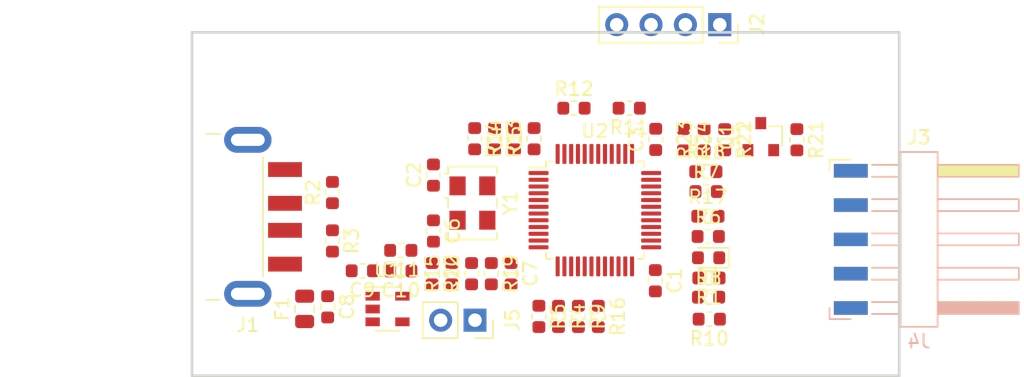
<source format=kicad_pcb>
(kicad_pcb (version 20171130) (host pcbnew "(5.1.4)-1")

  (general
    (thickness 1.6)
    (drawings 4)
    (tracks 0)
    (zones 0)
    (modules 47)
    (nets 54)
  )

  (page A4)
  (layers
    (0 F.Cu signal)
    (31 B.Cu signal)
    (32 B.Adhes user)
    (33 F.Adhes user)
    (34 B.Paste user)
    (35 F.Paste user)
    (36 B.SilkS user)
    (37 F.SilkS user)
    (38 B.Mask user)
    (39 F.Mask user)
    (40 Dwgs.User user)
    (41 Cmts.User user)
    (42 Eco1.User user)
    (43 Eco2.User user)
    (44 Edge.Cuts user)
    (45 Margin user)
    (46 B.CrtYd user)
    (47 F.CrtYd user)
    (48 B.Fab user)
    (49 F.Fab user hide)
  )

  (setup
    (last_trace_width 0.254)
    (trace_clearance 0.00508)
    (zone_clearance 0.508)
    (zone_45_only no)
    (trace_min 0.2)
    (via_size 0.4572)
    (via_drill 0.3048)
    (via_min_size 0.4)
    (via_min_drill 0.3)
    (uvia_size 0.254)
    (uvia_drill 0.127)
    (uvias_allowed no)
    (uvia_min_size 0.2)
    (uvia_min_drill 0.1)
    (edge_width 0.05)
    (segment_width 0.2)
    (pcb_text_width 0.3)
    (pcb_text_size 1.5 1.5)
    (mod_edge_width 0.12)
    (mod_text_size 1 1)
    (mod_text_width 0.15)
    (pad_size 1.4 1.2)
    (pad_drill 0)
    (pad_to_mask_clearance 0.051)
    (solder_mask_min_width 0.25)
    (aux_axis_origin 88.9 127)
    (grid_origin 88.9 127)
    (visible_elements 7FFFFFFF)
    (pcbplotparams
      (layerselection 0x010fc_ffffffff)
      (usegerberextensions false)
      (usegerberattributes false)
      (usegerberadvancedattributes false)
      (creategerberjobfile false)
      (excludeedgelayer true)
      (linewidth 0.100000)
      (plotframeref false)
      (viasonmask false)
      (mode 1)
      (useauxorigin false)
      (hpglpennumber 1)
      (hpglpenspeed 20)
      (hpglpendiameter 15.000000)
      (psnegative false)
      (psa4output false)
      (plotreference true)
      (plotvalue true)
      (plotinvisibletext false)
      (padsonsilk false)
      (subtractmaskfromsilk false)
      (outputformat 1)
      (mirror false)
      (drillshape 1)
      (scaleselection 1)
      (outputdirectory ""))
  )

  (net 0 "")
  (net 1 GND)
  (net 2 +3V3)
  (net 3 /OSC_IN)
  (net 4 /OSC_OUT)
  (net 5 +5V)
  (net 6 "Net-(C12-Pad1)")
  (net 7 /STA_LED)
  (net 8 "Net-(D1-Pad1)")
  (net 9 "Net-(F1-Pad1)")
  (net 10 USB_P)
  (net 11 USB_N)
  (net 12 /P_RXD)
  (net 13 /P_TXD)
  (net 14 /SWO0)
  (net 15 /SWCLK0)
  (net 16 /SWDIO0)
  (net 17 /P_NRST)
  (net 18 /P_SWO)
  (net 19 /P_SWCLK)
  (net 20 /P_SWDIO)
  (net 21 "Net-(Q1-Pad2)")
  (net 22 "Net-(Q1-Pad1)")
  (net 23 /T_RXD)
  (net 24 /T_TXD)
  (net 25 /T_SWO)
  (net 26 /T_NRST)
  (net 27 /T_JTMS)
  (net 28 /T_JTCK)
  (net 29 /T_SWDIO_IN)
  (net 30 "Net-(R12-Pad2)")
  (net 31 "Net-(R13-Pad2)")
  (net 32 "Net-(R14-Pad2)")
  (net 33 /T_JTDO)
  (net 34 /USB0_N)
  (net 35 /USB0_P)
  (net 36 "Net-(R19-Pad1)")
  (net 37 /USB_RENM)
  (net 38 "Net-(U1-Pad4)")
  (net 39 "Net-(U2-Pad46)")
  (net 40 "Net-(U2-Pad45)")
  (net 41 "Net-(U2-Pad43)")
  (net 42 "Net-(U2-Pad42)")
  (net 43 "Net-(U2-Pad41)")
  (net 44 "Net-(U2-Pad40)")
  (net 45 /MCO)
  (net 46 "Net-(U2-Pad28)")
  (net 47 "Net-(U2-Pad22)")
  (net 48 "Net-(U2-Pad21)")
  (net 49 "Net-(U2-Pad19)")
  (net 50 /T_JTDI)
  (net 51 "Net-(U2-Pad14)")
  (net 52 "Net-(U2-Pad11)")
  (net 53 "Net-(U2-Pad4)")

  (net_class Default 这是默认网络类。
    (clearance 0.00508)
    (trace_width 0.254)
    (via_dia 0.4572)
    (via_drill 0.3048)
    (uvia_dia 0.254)
    (uvia_drill 0.127)
    (diff_pair_width 0.254)
    (diff_pair_gap 0.00508)
    (add_net /MCO)
    (add_net /OSC_IN)
    (add_net /OSC_OUT)
    (add_net /P_NRST)
    (add_net /P_RXD)
    (add_net /P_SWCLK)
    (add_net /P_SWDIO)
    (add_net /P_SWO)
    (add_net /P_TXD)
    (add_net /STA_LED)
    (add_net /SWCLK0)
    (add_net /SWDIO0)
    (add_net /SWO0)
    (add_net /T_JTCK)
    (add_net /T_JTDI)
    (add_net /T_JTDO)
    (add_net /T_JTMS)
    (add_net /T_NRST)
    (add_net /T_RXD)
    (add_net /T_SWDIO_IN)
    (add_net /T_SWO)
    (add_net /T_TXD)
    (add_net /USB0_N)
    (add_net /USB0_P)
    (add_net /USB_RENM)
    (add_net GND)
    (add_net "Net-(C12-Pad1)")
    (add_net "Net-(D1-Pad1)")
    (add_net "Net-(F1-Pad1)")
    (add_net "Net-(Q1-Pad1)")
    (add_net "Net-(Q1-Pad2)")
    (add_net "Net-(R12-Pad2)")
    (add_net "Net-(R13-Pad2)")
    (add_net "Net-(R14-Pad2)")
    (add_net "Net-(R19-Pad1)")
    (add_net "Net-(U1-Pad4)")
    (add_net "Net-(U2-Pad11)")
    (add_net "Net-(U2-Pad14)")
    (add_net "Net-(U2-Pad19)")
    (add_net "Net-(U2-Pad21)")
    (add_net "Net-(U2-Pad22)")
    (add_net "Net-(U2-Pad28)")
    (add_net "Net-(U2-Pad4)")
    (add_net "Net-(U2-Pad40)")
    (add_net "Net-(U2-Pad41)")
    (add_net "Net-(U2-Pad42)")
    (add_net "Net-(U2-Pad43)")
    (add_net "Net-(U2-Pad45)")
    (add_net "Net-(U2-Pad46)")
    (add_net USB_N)
    (add_net USB_P)
  )

  (net_class POWER ""
    (clearance 0.254)
    (trace_width 0.381)
    (via_dia 0.508)
    (via_drill 0.381)
    (uvia_dia 0.254)
    (uvia_drill 0.127)
    (diff_pair_width 0.381)
    (diff_pair_gap 0.254)
    (add_net +3V3)
    (add_net +5V)
  )

  (net_class SIGNAL ""
    (clearance 0.00508)
    (trace_width 0.254)
    (via_dia 0.4572)
    (via_drill 0.3048)
    (uvia_dia 0.254)
    (uvia_drill 0.127)
    (diff_pair_width 0.254)
    (diff_pair_gap 0.00508)
  )

  (module Connector_PinSocket_2.54mm:PinSocket_1x02_P2.54mm_Vertical (layer F.Cu) (tedit 5A19A420) (tstamp 5DE5A132)
    (at 109.8296 122.8852 270)
    (descr "Through hole straight socket strip, 1x02, 2.54mm pitch, single row (from Kicad 4.0.7), script generated")
    (tags "Through hole socket strip THT 1x02 2.54mm single row")
    (path /5DF5479C)
    (fp_text reference J5 (at 0 -2.77 90) (layer F.SilkS)
      (effects (font (size 1 1) (thickness 0.15)))
    )
    (fp_text value Conn_01x02 (at 0 5.31 90) (layer F.Fab)
      (effects (font (size 1 1) (thickness 0.15)))
    )
    (fp_text user %R (at 0 1.27) (layer F.Fab)
      (effects (font (size 1 1) (thickness 0.15)))
    )
    (fp_line (start -1.8 4.3) (end -1.8 -1.8) (layer F.CrtYd) (width 0.05))
    (fp_line (start 1.75 4.3) (end -1.8 4.3) (layer F.CrtYd) (width 0.05))
    (fp_line (start 1.75 -1.8) (end 1.75 4.3) (layer F.CrtYd) (width 0.05))
    (fp_line (start -1.8 -1.8) (end 1.75 -1.8) (layer F.CrtYd) (width 0.05))
    (fp_line (start 0 -1.33) (end 1.33 -1.33) (layer F.SilkS) (width 0.12))
    (fp_line (start 1.33 -1.33) (end 1.33 0) (layer F.SilkS) (width 0.12))
    (fp_line (start 1.33 1.27) (end 1.33 3.87) (layer F.SilkS) (width 0.12))
    (fp_line (start -1.33 3.87) (end 1.33 3.87) (layer F.SilkS) (width 0.12))
    (fp_line (start -1.33 1.27) (end -1.33 3.87) (layer F.SilkS) (width 0.12))
    (fp_line (start -1.33 1.27) (end 1.33 1.27) (layer F.SilkS) (width 0.12))
    (fp_line (start -1.27 3.81) (end -1.27 -1.27) (layer F.Fab) (width 0.1))
    (fp_line (start 1.27 3.81) (end -1.27 3.81) (layer F.Fab) (width 0.1))
    (fp_line (start 1.27 -0.635) (end 1.27 3.81) (layer F.Fab) (width 0.1))
    (fp_line (start 0.635 -1.27) (end 1.27 -0.635) (layer F.Fab) (width 0.1))
    (fp_line (start -1.27 -1.27) (end 0.635 -1.27) (layer F.Fab) (width 0.1))
    (pad 2 thru_hole oval (at 0 2.54 270) (size 1.7 1.7) (drill 1) (layers *.Cu *.Mask)
      (net 12 /P_RXD))
    (pad 1 thru_hole rect (at 0 0 270) (size 1.7 1.7) (drill 1) (layers *.Cu *.Mask)
      (net 13 /P_TXD))
    (model ${KISYS3DMOD}/Connector_PinSocket_2.54mm.3dshapes/PinSocket_1x02_P2.54mm_Vertical.wrl
      (at (xyz 0 0 0))
      (scale (xyz 1 1 1))
      (rotate (xyz 0 0 0))
    )
  )

  (module Connector_PinSocket_2.54mm:PinSocket_1x04_P2.54mm_Vertical (layer F.Cu) (tedit 5A19A429) (tstamp 5DE59AE5)
    (at 127.9271 101.0031 270)
    (descr "Through hole straight socket strip, 1x04, 2.54mm pitch, single row (from Kicad 4.0.7), script generated")
    (tags "Through hole socket strip THT 1x04 2.54mm single row")
    (path /5DF53DF0)
    (fp_text reference J2 (at 0 -2.77 90) (layer F.SilkS)
      (effects (font (size 1 1) (thickness 0.15)))
    )
    (fp_text value Conn_01x04 (at 0 10.39 90) (layer F.Fab)
      (effects (font (size 1 1) (thickness 0.15)))
    )
    (fp_text user %R (at 0 3.81) (layer F.Fab)
      (effects (font (size 1 1) (thickness 0.15)))
    )
    (fp_line (start -1.8 9.4) (end -1.8 -1.8) (layer F.CrtYd) (width 0.05))
    (fp_line (start 1.75 9.4) (end -1.8 9.4) (layer F.CrtYd) (width 0.05))
    (fp_line (start 1.75 -1.8) (end 1.75 9.4) (layer F.CrtYd) (width 0.05))
    (fp_line (start -1.8 -1.8) (end 1.75 -1.8) (layer F.CrtYd) (width 0.05))
    (fp_line (start 0 -1.33) (end 1.33 -1.33) (layer F.SilkS) (width 0.12))
    (fp_line (start 1.33 -1.33) (end 1.33 0) (layer F.SilkS) (width 0.12))
    (fp_line (start 1.33 1.27) (end 1.33 8.95) (layer F.SilkS) (width 0.12))
    (fp_line (start -1.33 8.95) (end 1.33 8.95) (layer F.SilkS) (width 0.12))
    (fp_line (start -1.33 1.27) (end -1.33 8.95) (layer F.SilkS) (width 0.12))
    (fp_line (start -1.33 1.27) (end 1.33 1.27) (layer F.SilkS) (width 0.12))
    (fp_line (start -1.27 8.89) (end -1.27 -1.27) (layer F.Fab) (width 0.1))
    (fp_line (start 1.27 8.89) (end -1.27 8.89) (layer F.Fab) (width 0.1))
    (fp_line (start 1.27 -0.635) (end 1.27 8.89) (layer F.Fab) (width 0.1))
    (fp_line (start 0.635 -1.27) (end 1.27 -0.635) (layer F.Fab) (width 0.1))
    (fp_line (start -1.27 -1.27) (end 0.635 -1.27) (layer F.Fab) (width 0.1))
    (pad 4 thru_hole oval (at 0 7.62 270) (size 1.7 1.7) (drill 1) (layers *.Cu *.Mask)
      (net 1 GND))
    (pad 3 thru_hole oval (at 0 5.08 270) (size 1.7 1.7) (drill 1) (layers *.Cu *.Mask)
      (net 14 /SWO0))
    (pad 2 thru_hole oval (at 0 2.54 270) (size 1.7 1.7) (drill 1) (layers *.Cu *.Mask)
      (net 15 /SWCLK0))
    (pad 1 thru_hole rect (at 0 0 270) (size 1.7 1.7) (drill 1) (layers *.Cu *.Mask)
      (net 16 /SWDIO0))
    (model ${KISYS3DMOD}/Connector_PinSocket_2.54mm.3dshapes/PinSocket_1x04_P2.54mm_Vertical.wrl
      (at (xyz 0 0 0))
      (scale (xyz 1 1 1))
      (rotate (xyz 0 0 0))
    )
  )

  (module Oscillator:Oscillator_SMD_TXC_7C-4Pin_5.0x3.2mm (layer F.Cu) (tedit 5DE4BD64) (tstamp 5DEBCB6E)
    (at 109.6391 114.2111 270)
    (descr "Miniature Crystal Clock Oscillator TXC 7C series, http://www.txccorp.com/download/products/osc/7C_o.pdf, 5.0x3.2mm^2 package")
    (tags "SMD SMT crystal oscillator")
    (path /5DE254B4)
    (attr smd)
    (fp_text reference Y1 (at 0 -2.8 90) (layer F.SilkS)
      (effects (font (size 1 1) (thickness 0.15)))
    )
    (fp_text value 8M (at 0 2.8 90) (layer F.Fab)
      (effects (font (size 1 1) (thickness 0.15)))
    )
    (fp_circle (center 0 0) (end 0.116667 0) (layer F.Adhes) (width 0.233333))
    (fp_circle (center 0 0) (end 0.266667 0) (layer F.Adhes) (width 0.166667))
    (fp_circle (center 0 0) (end 0.416667 0) (layer F.Adhes) (width 0.166667))
    (fp_circle (center 0 0) (end 0.5 0) (layer F.Adhes) (width 0.1))
    (fp_line (start 2.8 -2) (end -2.8 -2) (layer F.CrtYd) (width 0.05))
    (fp_line (start 2.8 2) (end 2.8 -2) (layer F.CrtYd) (width 0.05))
    (fp_line (start -2.8 2) (end 2.8 2) (layer F.CrtYd) (width 0.05))
    (fp_line (start -2.8 -2) (end -2.8 2) (layer F.CrtYd) (width 0.05))
    (fp_line (start -0.37 1.8) (end -0.37 2.04) (layer F.SilkS) (width 0.12))
    (fp_line (start 0.37 1.8) (end -0.37 1.8) (layer F.SilkS) (width 0.12))
    (fp_line (start -2.7 -1.8) (end -2.17 -1.8) (layer F.SilkS) (width 0.12))
    (fp_line (start -2.7 1.8) (end -2.7 -1.8) (layer F.SilkS) (width 0.12))
    (fp_line (start -2.17 1.8) (end -2.7 1.8) (layer F.SilkS) (width 0.12))
    (fp_line (start -2.17 2.04) (end -2.17 1.8) (layer F.SilkS) (width 0.12))
    (fp_line (start -0.37 -1.8) (end 0.37 -1.8) (layer F.SilkS) (width 0.12))
    (fp_line (start 2.7 1.8) (end 2.17 1.8) (layer F.SilkS) (width 0.12))
    (fp_line (start 2.7 -1.8) (end 2.7 1.8) (layer F.SilkS) (width 0.12))
    (fp_line (start 2.17 -1.8) (end 2.7 -1.8) (layer F.SilkS) (width 0.12))
    (fp_line (start -2.5 0.6) (end -1.5 1.6) (layer F.Fab) (width 0.1))
    (fp_line (start -2.5 -1.4) (end -2.3 -1.6) (layer F.Fab) (width 0.1))
    (fp_line (start -2.5 1.4) (end -2.5 -1.4) (layer F.Fab) (width 0.1))
    (fp_line (start -2.3 1.6) (end -2.5 1.4) (layer F.Fab) (width 0.1))
    (fp_line (start 2.3 1.6) (end -2.3 1.6) (layer F.Fab) (width 0.1))
    (fp_line (start 2.5 1.4) (end 2.3 1.6) (layer F.Fab) (width 0.1))
    (fp_line (start 2.5 -1.4) (end 2.5 1.4) (layer F.Fab) (width 0.1))
    (fp_line (start 2.3 -1.6) (end 2.5 -1.4) (layer F.Fab) (width 0.1))
    (fp_line (start -2.3 -1.6) (end 2.3 -1.6) (layer F.Fab) (width 0.1))
    (fp_text user %R (at 0 0 90) (layer F.Fab)
      (effects (font (size 1 1) (thickness 0.15)))
    )
    (pad 4 smd rect (at -1.27 -1.1 270) (size 1.4 1.2) (layers F.Cu F.Paste F.Mask))
    (pad 3 smd rect (at 1.27 -1.1 270) (size 1.4 1.2) (layers F.Cu F.Paste F.Mask))
    (pad 2 smd rect (at 1.27 1.1 270) (size 1.4 1.2) (layers F.Cu F.Paste F.Mask)
      (net 4 /OSC_OUT))
    (pad 1 smd rect (at -1.27 1.1 270) (size 1.4 1.2) (layers F.Cu F.Paste F.Mask)
      (net 3 /OSC_IN))
    (model ${KISYS3DMOD}/Oscillator.3dshapes/Oscillator_SMD_TXC_7C-4Pin_5.0x3.2mm.wrl
      (at (xyz 0 0 0))
      (scale (xyz 1 1 1))
      (rotate (xyz 0 0 0))
    )
  )

  (module Package_QFP:LQFP-48_7x7mm_P0.5mm (layer F.Cu) (tedit 5C18330E) (tstamp 5DEBBEB0)
    (at 118.6911 114.7386)
    (descr "LQFP, 48 Pin (https://www.analog.com/media/en/technical-documentation/data-sheets/ltc2358-16.pdf), generated with kicad-footprint-generator ipc_gullwing_generator.py")
    (tags "LQFP QFP")
    (path /5DE20E31)
    (attr smd)
    (fp_text reference U2 (at 0 -5.85) (layer F.SilkS)
      (effects (font (size 1 1) (thickness 0.15)))
    )
    (fp_text value STM32F103C8Tx (at 0 5.85) (layer F.Fab)
      (effects (font (size 1 1) (thickness 0.15)))
    )
    (fp_text user %R (at 0 0) (layer F.Fab)
      (effects (font (size 1 1) (thickness 0.15)))
    )
    (fp_line (start 5.15 3.15) (end 5.15 0) (layer F.CrtYd) (width 0.05))
    (fp_line (start 3.75 3.15) (end 5.15 3.15) (layer F.CrtYd) (width 0.05))
    (fp_line (start 3.75 3.75) (end 3.75 3.15) (layer F.CrtYd) (width 0.05))
    (fp_line (start 3.15 3.75) (end 3.75 3.75) (layer F.CrtYd) (width 0.05))
    (fp_line (start 3.15 5.15) (end 3.15 3.75) (layer F.CrtYd) (width 0.05))
    (fp_line (start 0 5.15) (end 3.15 5.15) (layer F.CrtYd) (width 0.05))
    (fp_line (start -5.15 3.15) (end -5.15 0) (layer F.CrtYd) (width 0.05))
    (fp_line (start -3.75 3.15) (end -5.15 3.15) (layer F.CrtYd) (width 0.05))
    (fp_line (start -3.75 3.75) (end -3.75 3.15) (layer F.CrtYd) (width 0.05))
    (fp_line (start -3.15 3.75) (end -3.75 3.75) (layer F.CrtYd) (width 0.05))
    (fp_line (start -3.15 5.15) (end -3.15 3.75) (layer F.CrtYd) (width 0.05))
    (fp_line (start 0 5.15) (end -3.15 5.15) (layer F.CrtYd) (width 0.05))
    (fp_line (start 5.15 -3.15) (end 5.15 0) (layer F.CrtYd) (width 0.05))
    (fp_line (start 3.75 -3.15) (end 5.15 -3.15) (layer F.CrtYd) (width 0.05))
    (fp_line (start 3.75 -3.75) (end 3.75 -3.15) (layer F.CrtYd) (width 0.05))
    (fp_line (start 3.15 -3.75) (end 3.75 -3.75) (layer F.CrtYd) (width 0.05))
    (fp_line (start 3.15 -5.15) (end 3.15 -3.75) (layer F.CrtYd) (width 0.05))
    (fp_line (start 0 -5.15) (end 3.15 -5.15) (layer F.CrtYd) (width 0.05))
    (fp_line (start -5.15 -3.15) (end -5.15 0) (layer F.CrtYd) (width 0.05))
    (fp_line (start -3.75 -3.15) (end -5.15 -3.15) (layer F.CrtYd) (width 0.05))
    (fp_line (start -3.75 -3.75) (end -3.75 -3.15) (layer F.CrtYd) (width 0.05))
    (fp_line (start -3.15 -3.75) (end -3.75 -3.75) (layer F.CrtYd) (width 0.05))
    (fp_line (start -3.15 -5.15) (end -3.15 -3.75) (layer F.CrtYd) (width 0.05))
    (fp_line (start 0 -5.15) (end -3.15 -5.15) (layer F.CrtYd) (width 0.05))
    (fp_line (start -3.5 -2.5) (end -2.5 -3.5) (layer F.Fab) (width 0.1))
    (fp_line (start -3.5 3.5) (end -3.5 -2.5) (layer F.Fab) (width 0.1))
    (fp_line (start 3.5 3.5) (end -3.5 3.5) (layer F.Fab) (width 0.1))
    (fp_line (start 3.5 -3.5) (end 3.5 3.5) (layer F.Fab) (width 0.1))
    (fp_line (start -2.5 -3.5) (end 3.5 -3.5) (layer F.Fab) (width 0.1))
    (fp_line (start -3.61 -3.16) (end -4.9 -3.16) (layer F.SilkS) (width 0.12))
    (fp_line (start -3.61 -3.61) (end -3.61 -3.16) (layer F.SilkS) (width 0.12))
    (fp_line (start -3.16 -3.61) (end -3.61 -3.61) (layer F.SilkS) (width 0.12))
    (fp_line (start 3.61 -3.61) (end 3.61 -3.16) (layer F.SilkS) (width 0.12))
    (fp_line (start 3.16 -3.61) (end 3.61 -3.61) (layer F.SilkS) (width 0.12))
    (fp_line (start -3.61 3.61) (end -3.61 3.16) (layer F.SilkS) (width 0.12))
    (fp_line (start -3.16 3.61) (end -3.61 3.61) (layer F.SilkS) (width 0.12))
    (fp_line (start 3.61 3.61) (end 3.61 3.16) (layer F.SilkS) (width 0.12))
    (fp_line (start 3.16 3.61) (end 3.61 3.61) (layer F.SilkS) (width 0.12))
    (pad 48 smd roundrect (at -2.75 -4.1625) (size 0.3 1.475) (layers F.Cu F.Paste F.Mask) (roundrect_rratio 0.25)
      (net 2 +3V3))
    (pad 47 smd roundrect (at -2.25 -4.1625) (size 0.3 1.475) (layers F.Cu F.Paste F.Mask) (roundrect_rratio 0.25)
      (net 1 GND))
    (pad 46 smd roundrect (at -1.75 -4.1625) (size 0.3 1.475) (layers F.Cu F.Paste F.Mask) (roundrect_rratio 0.25)
      (net 39 "Net-(U2-Pad46)"))
    (pad 45 smd roundrect (at -1.25 -4.1625) (size 0.3 1.475) (layers F.Cu F.Paste F.Mask) (roundrect_rratio 0.25)
      (net 40 "Net-(U2-Pad45)"))
    (pad 44 smd roundrect (at -0.75 -4.1625) (size 0.3 1.475) (layers F.Cu F.Paste F.Mask) (roundrect_rratio 0.25)
      (net 30 "Net-(R12-Pad2)"))
    (pad 43 smd roundrect (at -0.25 -4.1625) (size 0.3 1.475) (layers F.Cu F.Paste F.Mask) (roundrect_rratio 0.25)
      (net 41 "Net-(U2-Pad43)"))
    (pad 42 smd roundrect (at 0.25 -4.1625) (size 0.3 1.475) (layers F.Cu F.Paste F.Mask) (roundrect_rratio 0.25)
      (net 42 "Net-(U2-Pad42)"))
    (pad 41 smd roundrect (at 0.75 -4.1625) (size 0.3 1.475) (layers F.Cu F.Paste F.Mask) (roundrect_rratio 0.25)
      (net 43 "Net-(U2-Pad41)"))
    (pad 40 smd roundrect (at 1.25 -4.1625) (size 0.3 1.475) (layers F.Cu F.Paste F.Mask) (roundrect_rratio 0.25)
      (net 44 "Net-(U2-Pad40)"))
    (pad 39 smd roundrect (at 1.75 -4.1625) (size 0.3 1.475) (layers F.Cu F.Paste F.Mask) (roundrect_rratio 0.25)
      (net 14 /SWO0))
    (pad 38 smd roundrect (at 2.25 -4.1625) (size 0.3 1.475) (layers F.Cu F.Paste F.Mask) (roundrect_rratio 0.25)
      (net 37 /USB_RENM))
    (pad 37 smd roundrect (at 2.75 -4.1625) (size 0.3 1.475) (layers F.Cu F.Paste F.Mask) (roundrect_rratio 0.25)
      (net 15 /SWCLK0))
    (pad 36 smd roundrect (at 4.1625 -2.75) (size 1.475 0.3) (layers F.Cu F.Paste F.Mask) (roundrect_rratio 0.25)
      (net 2 +3V3))
    (pad 35 smd roundrect (at 4.1625 -2.25) (size 1.475 0.3) (layers F.Cu F.Paste F.Mask) (roundrect_rratio 0.25)
      (net 1 GND))
    (pad 34 smd roundrect (at 4.1625 -1.75) (size 1.475 0.3) (layers F.Cu F.Paste F.Mask) (roundrect_rratio 0.25)
      (net 16 /SWDIO0))
    (pad 33 smd roundrect (at 4.1625 -1.25) (size 1.475 0.3) (layers F.Cu F.Paste F.Mask) (roundrect_rratio 0.25)
      (net 35 /USB0_P))
    (pad 32 smd roundrect (at 4.1625 -0.75) (size 1.475 0.3) (layers F.Cu F.Paste F.Mask) (roundrect_rratio 0.25)
      (net 34 /USB0_N))
    (pad 31 smd roundrect (at 4.1625 -0.25) (size 1.475 0.3) (layers F.Cu F.Paste F.Mask) (roundrect_rratio 0.25)
      (net 25 /T_SWO))
    (pad 30 smd roundrect (at 4.1625 0.25) (size 1.475 0.3) (layers F.Cu F.Paste F.Mask) (roundrect_rratio 0.25)
      (net 7 /STA_LED))
    (pad 29 smd roundrect (at 4.1625 0.75) (size 1.475 0.3) (layers F.Cu F.Paste F.Mask) (roundrect_rratio 0.25)
      (net 45 /MCO))
    (pad 28 smd roundrect (at 4.1625 1.25) (size 1.475 0.3) (layers F.Cu F.Paste F.Mask) (roundrect_rratio 0.25)
      (net 46 "Net-(U2-Pad28)"))
    (pad 27 smd roundrect (at 4.1625 1.75) (size 1.475 0.3) (layers F.Cu F.Paste F.Mask) (roundrect_rratio 0.25)
      (net 27 /T_JTMS))
    (pad 26 smd roundrect (at 4.1625 2.25) (size 1.475 0.3) (layers F.Cu F.Paste F.Mask) (roundrect_rratio 0.25)
      (net 28 /T_JTCK))
    (pad 25 smd roundrect (at 4.1625 2.75) (size 1.475 0.3) (layers F.Cu F.Paste F.Mask) (roundrect_rratio 0.25)
      (net 29 /T_SWDIO_IN))
    (pad 24 smd roundrect (at 2.75 4.1625) (size 0.3 1.475) (layers F.Cu F.Paste F.Mask) (roundrect_rratio 0.25)
      (net 2 +3V3))
    (pad 23 smd roundrect (at 2.25 4.1625) (size 0.3 1.475) (layers F.Cu F.Paste F.Mask) (roundrect_rratio 0.25)
      (net 1 GND))
    (pad 22 smd roundrect (at 1.75 4.1625) (size 0.3 1.475) (layers F.Cu F.Paste F.Mask) (roundrect_rratio 0.25)
      (net 47 "Net-(U2-Pad22)"))
    (pad 21 smd roundrect (at 1.25 4.1625) (size 0.3 1.475) (layers F.Cu F.Paste F.Mask) (roundrect_rratio 0.25)
      (net 48 "Net-(U2-Pad21)"))
    (pad 20 smd roundrect (at 0.75 4.1625) (size 0.3 1.475) (layers F.Cu F.Paste F.Mask) (roundrect_rratio 0.25)
      (net 1 GND))
    (pad 19 smd roundrect (at 0.25 4.1625) (size 0.3 1.475) (layers F.Cu F.Paste F.Mask) (roundrect_rratio 0.25)
      (net 49 "Net-(U2-Pad19)"))
    (pad 18 smd roundrect (at -0.25 4.1625) (size 0.3 1.475) (layers F.Cu F.Paste F.Mask) (roundrect_rratio 0.25)
      (net 26 /T_NRST))
    (pad 17 smd roundrect (at -0.75 4.1625) (size 0.3 1.475) (layers F.Cu F.Paste F.Mask) (roundrect_rratio 0.25)
      (net 50 /T_JTDI))
    (pad 16 smd roundrect (at -1.25 4.1625) (size 0.3 1.475) (layers F.Cu F.Paste F.Mask) (roundrect_rratio 0.25)
      (net 33 /T_JTDO))
    (pad 15 smd roundrect (at -1.75 4.1625) (size 0.3 1.475) (layers F.Cu F.Paste F.Mask) (roundrect_rratio 0.25)
      (net 28 /T_JTCK))
    (pad 14 smd roundrect (at -2.25 4.1625) (size 0.3 1.475) (layers F.Cu F.Paste F.Mask) (roundrect_rratio 0.25)
      (net 51 "Net-(U2-Pad14)"))
    (pad 13 smd roundrect (at -2.75 4.1625) (size 0.3 1.475) (layers F.Cu F.Paste F.Mask) (roundrect_rratio 0.25)
      (net 23 /T_RXD))
    (pad 12 smd roundrect (at -4.1625 2.75) (size 1.475 0.3) (layers F.Cu F.Paste F.Mask) (roundrect_rratio 0.25)
      (net 24 /T_TXD))
    (pad 11 smd roundrect (at -4.1625 2.25) (size 1.475 0.3) (layers F.Cu F.Paste F.Mask) (roundrect_rratio 0.25)
      (net 52 "Net-(U2-Pad11)"))
    (pad 10 smd roundrect (at -4.1625 1.75) (size 1.475 0.3) (layers F.Cu F.Paste F.Mask) (roundrect_rratio 0.25)
      (net 36 "Net-(R19-Pad1)"))
    (pad 9 smd roundrect (at -4.1625 1.25) (size 1.475 0.3) (layers F.Cu F.Paste F.Mask) (roundrect_rratio 0.25)
      (net 2 +3V3))
    (pad 8 smd roundrect (at -4.1625 0.75) (size 1.475 0.3) (layers F.Cu F.Paste F.Mask) (roundrect_rratio 0.25)
      (net 1 GND))
    (pad 7 smd roundrect (at -4.1625 0.25) (size 1.475 0.3) (layers F.Cu F.Paste F.Mask) (roundrect_rratio 0.25)
      (net 6 "Net-(C12-Pad1)"))
    (pad 6 smd roundrect (at -4.1625 -0.25) (size 1.475 0.3) (layers F.Cu F.Paste F.Mask) (roundrect_rratio 0.25)
      (net 4 /OSC_OUT))
    (pad 5 smd roundrect (at -4.1625 -0.75) (size 1.475 0.3) (layers F.Cu F.Paste F.Mask) (roundrect_rratio 0.25)
      (net 3 /OSC_IN))
    (pad 4 smd roundrect (at -4.1625 -1.25) (size 1.475 0.3) (layers F.Cu F.Paste F.Mask) (roundrect_rratio 0.25)
      (net 53 "Net-(U2-Pad4)"))
    (pad 3 smd roundrect (at -4.1625 -1.75) (size 1.475 0.3) (layers F.Cu F.Paste F.Mask) (roundrect_rratio 0.25)
      (net 32 "Net-(R14-Pad2)"))
    (pad 2 smd roundrect (at -4.1625 -2.25) (size 1.475 0.3) (layers F.Cu F.Paste F.Mask) (roundrect_rratio 0.25)
      (net 31 "Net-(R13-Pad2)"))
    (pad 1 smd roundrect (at -4.1625 -2.75) (size 1.475 0.3) (layers F.Cu F.Paste F.Mask) (roundrect_rratio 0.25)
      (net 2 +3V3))
    (model ${KISYS3DMOD}/Package_QFP.3dshapes/LQFP-48_7x7mm_P0.5mm.wrl
      (at (xyz 0 0 0))
      (scale (xyz 1 1 1))
      (rotate (xyz 0 0 0))
    )
  )

  (module Package_TO_SOT_SMD:SOT-23-5 (layer F.Cu) (tedit 5A02FF57) (tstamp 5DE4F2D6)
    (at 103.3604 122.0572)
    (descr "5-pin SOT23 package")
    (tags SOT-23-5)
    (path /5DE29C6A)
    (attr smd)
    (fp_text reference U1 (at 0 -2.9) (layer F.SilkS)
      (effects (font (size 1 1) (thickness 0.15)))
    )
    (fp_text value TLV73333PDBV (at 0 2.9) (layer F.Fab)
      (effects (font (size 1 1) (thickness 0.15)))
    )
    (fp_line (start 0.9 -1.55) (end 0.9 1.55) (layer F.Fab) (width 0.1))
    (fp_line (start 0.9 1.55) (end -0.9 1.55) (layer F.Fab) (width 0.1))
    (fp_line (start -0.9 -0.9) (end -0.9 1.55) (layer F.Fab) (width 0.1))
    (fp_line (start 0.9 -1.55) (end -0.25 -1.55) (layer F.Fab) (width 0.1))
    (fp_line (start -0.9 -0.9) (end -0.25 -1.55) (layer F.Fab) (width 0.1))
    (fp_line (start -1.9 1.8) (end -1.9 -1.8) (layer F.CrtYd) (width 0.05))
    (fp_line (start 1.9 1.8) (end -1.9 1.8) (layer F.CrtYd) (width 0.05))
    (fp_line (start 1.9 -1.8) (end 1.9 1.8) (layer F.CrtYd) (width 0.05))
    (fp_line (start -1.9 -1.8) (end 1.9 -1.8) (layer F.CrtYd) (width 0.05))
    (fp_line (start 0.9 -1.61) (end -1.55 -1.61) (layer F.SilkS) (width 0.12))
    (fp_line (start -0.9 1.61) (end 0.9 1.61) (layer F.SilkS) (width 0.12))
    (fp_text user %R (at 0 0 90) (layer F.Fab)
      (effects (font (size 0.5 0.5) (thickness 0.075)))
    )
    (pad 5 smd rect (at 1.1 -0.95) (size 1.06 0.65) (layers F.Cu F.Paste F.Mask)
      (net 2 +3V3))
    (pad 4 smd rect (at 1.1 0.95) (size 1.06 0.65) (layers F.Cu F.Paste F.Mask)
      (net 38 "Net-(U1-Pad4)"))
    (pad 3 smd rect (at -1.1 0.95) (size 1.06 0.65) (layers F.Cu F.Paste F.Mask)
      (net 5 +5V))
    (pad 2 smd rect (at -1.1 0) (size 1.06 0.65) (layers F.Cu F.Paste F.Mask)
      (net 1 GND))
    (pad 1 smd rect (at -1.1 -0.95) (size 1.06 0.65) (layers F.Cu F.Paste F.Mask)
      (net 5 +5V))
    (model ${KISYS3DMOD}/Package_TO_SOT_SMD.3dshapes/SOT-23-5.wrl
      (at (xyz 0 0 0))
      (scale (xyz 1 1 1))
      (rotate (xyz 0 0 0))
    )
  )

  (module Resistor_SMD:R_0603_1608Metric (layer F.Cu) (tedit 5B301BBD) (tstamp 5DEBBE40)
    (at 125.2474 109.5247 270)
    (descr "Resistor SMD 0603 (1608 Metric), square (rectangular) end terminal, IPC_7351 nominal, (Body size source: http://www.tortai-tech.com/upload/download/2011102023233369053.pdf), generated with kicad-footprint-generator")
    (tags resistor)
    (path /5DE5E8C0)
    (attr smd)
    (fp_text reference R24 (at 0 -1.43 90) (layer F.SilkS)
      (effects (font (size 1 1) (thickness 0.15)))
    )
    (fp_text value 330Ω (at 0 1.43 90) (layer F.Fab)
      (effects (font (size 1 1) (thickness 0.15)))
    )
    (fp_text user %R (at 0 0 90) (layer F.Fab)
      (effects (font (size 0.4 0.4) (thickness 0.06)))
    )
    (fp_line (start 1.48 0.73) (end -1.48 0.73) (layer F.CrtYd) (width 0.05))
    (fp_line (start 1.48 -0.73) (end 1.48 0.73) (layer F.CrtYd) (width 0.05))
    (fp_line (start -1.48 -0.73) (end 1.48 -0.73) (layer F.CrtYd) (width 0.05))
    (fp_line (start -1.48 0.73) (end -1.48 -0.73) (layer F.CrtYd) (width 0.05))
    (fp_line (start -0.162779 0.51) (end 0.162779 0.51) (layer F.SilkS) (width 0.12))
    (fp_line (start -0.162779 -0.51) (end 0.162779 -0.51) (layer F.SilkS) (width 0.12))
    (fp_line (start 0.8 0.4) (end -0.8 0.4) (layer F.Fab) (width 0.1))
    (fp_line (start 0.8 -0.4) (end 0.8 0.4) (layer F.Fab) (width 0.1))
    (fp_line (start -0.8 -0.4) (end 0.8 -0.4) (layer F.Fab) (width 0.1))
    (fp_line (start -0.8 0.4) (end -0.8 -0.4) (layer F.Fab) (width 0.1))
    (pad 2 smd roundrect (at 0.7875 0 270) (size 0.875 0.95) (layers F.Cu F.Paste F.Mask) (roundrect_rratio 0.25)
      (net 22 "Net-(Q1-Pad1)"))
    (pad 1 smd roundrect (at -0.7875 0 270) (size 0.875 0.95) (layers F.Cu F.Paste F.Mask) (roundrect_rratio 0.25)
      (net 37 /USB_RENM))
    (model ${KISYS3DMOD}/Resistor_SMD.3dshapes/R_0603_1608Metric.wrl
      (at (xyz 0 0 0))
      (scale (xyz 1 1 1))
      (rotate (xyz 0 0 0))
    )
  )

  (module Resistor_SMD:R_0603_1608Metric (layer F.Cu) (tedit 5B301BBD) (tstamp 5DEBBE2F)
    (at 126.7714 109.5247 90)
    (descr "Resistor SMD 0603 (1608 Metric), square (rectangular) end terminal, IPC_7351 nominal, (Body size source: http://www.tortai-tech.com/upload/download/2011102023233369053.pdf), generated with kicad-footprint-generator")
    (tags resistor)
    (path /5DE5E53E)
    (attr smd)
    (fp_text reference R23 (at 0 -1.43 90) (layer F.SilkS)
      (effects (font (size 1 1) (thickness 0.15)))
    )
    (fp_text value 47KΩ (at 0 1.43 90) (layer F.Fab)
      (effects (font (size 1 1) (thickness 0.15)))
    )
    (fp_text user %R (at 0 0 90) (layer F.Fab)
      (effects (font (size 0.4 0.4) (thickness 0.06)))
    )
    (fp_line (start 1.48 0.73) (end -1.48 0.73) (layer F.CrtYd) (width 0.05))
    (fp_line (start 1.48 -0.73) (end 1.48 0.73) (layer F.CrtYd) (width 0.05))
    (fp_line (start -1.48 -0.73) (end 1.48 -0.73) (layer F.CrtYd) (width 0.05))
    (fp_line (start -1.48 0.73) (end -1.48 -0.73) (layer F.CrtYd) (width 0.05))
    (fp_line (start -0.162779 0.51) (end 0.162779 0.51) (layer F.SilkS) (width 0.12))
    (fp_line (start -0.162779 -0.51) (end 0.162779 -0.51) (layer F.SilkS) (width 0.12))
    (fp_line (start 0.8 0.4) (end -0.8 0.4) (layer F.Fab) (width 0.1))
    (fp_line (start 0.8 -0.4) (end 0.8 0.4) (layer F.Fab) (width 0.1))
    (fp_line (start -0.8 -0.4) (end 0.8 -0.4) (layer F.Fab) (width 0.1))
    (fp_line (start -0.8 0.4) (end -0.8 -0.4) (layer F.Fab) (width 0.1))
    (pad 2 smd roundrect (at 0.7875 0 90) (size 0.875 0.95) (layers F.Cu F.Paste F.Mask) (roundrect_rratio 0.25)
      (net 1 GND))
    (pad 1 smd roundrect (at -0.7875 0 90) (size 0.875 0.95) (layers F.Cu F.Paste F.Mask) (roundrect_rratio 0.25)
      (net 22 "Net-(Q1-Pad1)"))
    (model ${KISYS3DMOD}/Resistor_SMD.3dshapes/R_0603_1608Metric.wrl
      (at (xyz 0 0 0))
      (scale (xyz 1 1 1))
      (rotate (xyz 0 0 0))
    )
  )

  (module Resistor_SMD:R_0603_1608Metric (layer F.Cu) (tedit 5B301BBD) (tstamp 5DEBBE1E)
    (at 128.2954 109.5247 270)
    (descr "Resistor SMD 0603 (1608 Metric), square (rectangular) end terminal, IPC_7351 nominal, (Body size source: http://www.tortai-tech.com/upload/download/2011102023233369053.pdf), generated with kicad-footprint-generator")
    (tags resistor)
    (path /5DE5E2C1)
    (attr smd)
    (fp_text reference R22 (at 0 -1.43 90) (layer F.SilkS)
      (effects (font (size 1 1) (thickness 0.15)))
    )
    (fp_text value 10KΩ (at 0 1.43 90) (layer F.Fab)
      (effects (font (size 1 1) (thickness 0.15)))
    )
    (fp_text user %R (at 0 0 90) (layer F.Fab)
      (effects (font (size 0.4 0.4) (thickness 0.06)))
    )
    (fp_line (start 1.48 0.73) (end -1.48 0.73) (layer F.CrtYd) (width 0.05))
    (fp_line (start 1.48 -0.73) (end 1.48 0.73) (layer F.CrtYd) (width 0.05))
    (fp_line (start -1.48 -0.73) (end 1.48 -0.73) (layer F.CrtYd) (width 0.05))
    (fp_line (start -1.48 0.73) (end -1.48 -0.73) (layer F.CrtYd) (width 0.05))
    (fp_line (start -0.162779 0.51) (end 0.162779 0.51) (layer F.SilkS) (width 0.12))
    (fp_line (start -0.162779 -0.51) (end 0.162779 -0.51) (layer F.SilkS) (width 0.12))
    (fp_line (start 0.8 0.4) (end -0.8 0.4) (layer F.Fab) (width 0.1))
    (fp_line (start 0.8 -0.4) (end 0.8 0.4) (layer F.Fab) (width 0.1))
    (fp_line (start -0.8 -0.4) (end 0.8 -0.4) (layer F.Fab) (width 0.1))
    (fp_line (start -0.8 0.4) (end -0.8 -0.4) (layer F.Fab) (width 0.1))
    (pad 2 smd roundrect (at 0.7875 0 270) (size 0.875 0.95) (layers F.Cu F.Paste F.Mask) (roundrect_rratio 0.25)
      (net 22 "Net-(Q1-Pad1)"))
    (pad 1 smd roundrect (at -0.7875 0 270) (size 0.875 0.95) (layers F.Cu F.Paste F.Mask) (roundrect_rratio 0.25)
      (net 2 +3V3))
    (model ${KISYS3DMOD}/Resistor_SMD.3dshapes/R_0603_1608Metric.wrl
      (at (xyz 0 0 0))
      (scale (xyz 1 1 1))
      (rotate (xyz 0 0 0))
    )
  )

  (module Resistor_SMD:R_0603_1608Metric (layer F.Cu) (tedit 5B301BBD) (tstamp 5DEBBE0D)
    (at 133.6294 109.5247 270)
    (descr "Resistor SMD 0603 (1608 Metric), square (rectangular) end terminal, IPC_7351 nominal, (Body size source: http://www.tortai-tech.com/upload/download/2011102023233369053.pdf), generated with kicad-footprint-generator")
    (tags resistor)
    (path /5DE5D7CA)
    (attr smd)
    (fp_text reference R21 (at 0 -1.43 90) (layer F.SilkS)
      (effects (font (size 1 1) (thickness 0.15)))
    )
    (fp_text value 1.5KΩ (at 0 1.43 90) (layer F.Fab)
      (effects (font (size 1 1) (thickness 0.15)))
    )
    (fp_text user %R (at 0 0 90) (layer F.Fab)
      (effects (font (size 0.4 0.4) (thickness 0.06)))
    )
    (fp_line (start 1.48 0.73) (end -1.48 0.73) (layer F.CrtYd) (width 0.05))
    (fp_line (start 1.48 -0.73) (end 1.48 0.73) (layer F.CrtYd) (width 0.05))
    (fp_line (start -1.48 -0.73) (end 1.48 -0.73) (layer F.CrtYd) (width 0.05))
    (fp_line (start -1.48 0.73) (end -1.48 -0.73) (layer F.CrtYd) (width 0.05))
    (fp_line (start -0.162779 0.51) (end 0.162779 0.51) (layer F.SilkS) (width 0.12))
    (fp_line (start -0.162779 -0.51) (end 0.162779 -0.51) (layer F.SilkS) (width 0.12))
    (fp_line (start 0.8 0.4) (end -0.8 0.4) (layer F.Fab) (width 0.1))
    (fp_line (start 0.8 -0.4) (end 0.8 0.4) (layer F.Fab) (width 0.1))
    (fp_line (start -0.8 -0.4) (end 0.8 -0.4) (layer F.Fab) (width 0.1))
    (fp_line (start -0.8 0.4) (end -0.8 -0.4) (layer F.Fab) (width 0.1))
    (pad 2 smd roundrect (at 0.7875 0 270) (size 0.875 0.95) (layers F.Cu F.Paste F.Mask) (roundrect_rratio 0.25)
      (net 21 "Net-(Q1-Pad2)"))
    (pad 1 smd roundrect (at -0.7875 0 270) (size 0.875 0.95) (layers F.Cu F.Paste F.Mask) (roundrect_rratio 0.25)
      (net 10 USB_P))
    (model ${KISYS3DMOD}/Resistor_SMD.3dshapes/R_0603_1608Metric.wrl
      (at (xyz 0 0 0))
      (scale (xyz 1 1 1))
      (rotate (xyz 0 0 0))
    )
  )

  (module Resistor_SMD:R_0603_1608Metric (layer F.Cu) (tedit 5B301BBD) (tstamp 5DEBBDFC)
    (at 109.5756 119.4436 90)
    (descr "Resistor SMD 0603 (1608 Metric), square (rectangular) end terminal, IPC_7351 nominal, (Body size source: http://www.tortai-tech.com/upload/download/2011102023233369053.pdf), generated with kicad-footprint-generator")
    (tags resistor)
    (path /5DE90103)
    (attr smd)
    (fp_text reference R20 (at 0 -1.43 90) (layer F.SilkS)
      (effects (font (size 1 1) (thickness 0.15)))
    )
    (fp_text value 4.7KΩ (at 0 1.43 90) (layer F.Fab)
      (effects (font (size 1 1) (thickness 0.15)))
    )
    (fp_line (start -0.8 0.4) (end -0.8 -0.4) (layer F.Fab) (width 0.1))
    (fp_line (start -0.8 -0.4) (end 0.8 -0.4) (layer F.Fab) (width 0.1))
    (fp_line (start 0.8 -0.4) (end 0.8 0.4) (layer F.Fab) (width 0.1))
    (fp_line (start 0.8 0.4) (end -0.8 0.4) (layer F.Fab) (width 0.1))
    (fp_line (start -0.162779 -0.51) (end 0.162779 -0.51) (layer F.SilkS) (width 0.12))
    (fp_line (start -0.162779 0.51) (end 0.162779 0.51) (layer F.SilkS) (width 0.12))
    (fp_line (start -1.48 0.73) (end -1.48 -0.73) (layer F.CrtYd) (width 0.05))
    (fp_line (start -1.48 -0.73) (end 1.48 -0.73) (layer F.CrtYd) (width 0.05))
    (fp_line (start 1.48 -0.73) (end 1.48 0.73) (layer F.CrtYd) (width 0.05))
    (fp_line (start 1.48 0.73) (end -1.48 0.73) (layer F.CrtYd) (width 0.05))
    (fp_text user %R (at 0 0 90) (layer F.Fab)
      (effects (font (size 0.4 0.4) (thickness 0.06)))
    )
    (pad 1 smd roundrect (at -0.7875 0 90) (size 0.875 0.95) (layers F.Cu F.Paste F.Mask) (roundrect_rratio 0.25)
      (net 2 +3V3))
    (pad 2 smd roundrect (at 0.7875 0 90) (size 0.875 0.95) (layers F.Cu F.Paste F.Mask) (roundrect_rratio 0.25)
      (net 36 "Net-(R19-Pad1)"))
    (model ${KISYS3DMOD}/Resistor_SMD.3dshapes/R_0603_1608Metric.wrl
      (at (xyz 0 0 0))
      (scale (xyz 1 1 1))
      (rotate (xyz 0 0 0))
    )
  )

  (module Resistor_SMD:R_0603_1608Metric (layer F.Cu) (tedit 5B301BBD) (tstamp 5DEBBDEB)
    (at 111.0361 119.4436 270)
    (descr "Resistor SMD 0603 (1608 Metric), square (rectangular) end terminal, IPC_7351 nominal, (Body size source: http://www.tortai-tech.com/upload/download/2011102023233369053.pdf), generated with kicad-footprint-generator")
    (tags resistor)
    (path /5DE91EB1)
    (attr smd)
    (fp_text reference R19 (at 0 -1.43 90) (layer F.SilkS)
      (effects (font (size 1 1) (thickness 0.15)))
    )
    (fp_text value 4.7KΩ (at 0 1.43 90) (layer F.Fab)
      (effects (font (size 1 1) (thickness 0.15)))
    )
    (fp_line (start -0.8 0.4) (end -0.8 -0.4) (layer F.Fab) (width 0.1))
    (fp_line (start -0.8 -0.4) (end 0.8 -0.4) (layer F.Fab) (width 0.1))
    (fp_line (start 0.8 -0.4) (end 0.8 0.4) (layer F.Fab) (width 0.1))
    (fp_line (start 0.8 0.4) (end -0.8 0.4) (layer F.Fab) (width 0.1))
    (fp_line (start -0.162779 -0.51) (end 0.162779 -0.51) (layer F.SilkS) (width 0.12))
    (fp_line (start -0.162779 0.51) (end 0.162779 0.51) (layer F.SilkS) (width 0.12))
    (fp_line (start -1.48 0.73) (end -1.48 -0.73) (layer F.CrtYd) (width 0.05))
    (fp_line (start -1.48 -0.73) (end 1.48 -0.73) (layer F.CrtYd) (width 0.05))
    (fp_line (start 1.48 -0.73) (end 1.48 0.73) (layer F.CrtYd) (width 0.05))
    (fp_line (start 1.48 0.73) (end -1.48 0.73) (layer F.CrtYd) (width 0.05))
    (fp_text user %R (at 0 0 90) (layer F.Fab)
      (effects (font (size 0.4 0.4) (thickness 0.06)))
    )
    (pad 1 smd roundrect (at -0.7875 0 270) (size 0.875 0.95) (layers F.Cu F.Paste F.Mask) (roundrect_rratio 0.25)
      (net 36 "Net-(R19-Pad1)"))
    (pad 2 smd roundrect (at 0.7875 0 270) (size 0.875 0.95) (layers F.Cu F.Paste F.Mask) (roundrect_rratio 0.25)
      (net 1 GND))
    (model ${KISYS3DMOD}/Resistor_SMD.3dshapes/R_0603_1608Metric.wrl
      (at (xyz 0 0 0))
      (scale (xyz 1 1 1))
      (rotate (xyz 0 0 0))
    )
  )

  (module Resistor_SMD:R_0603_1608Metric (layer F.Cu) (tedit 5B301BBD) (tstamp 5DEBBDDA)
    (at 126.8985 111.887)
    (descr "Resistor SMD 0603 (1608 Metric), square (rectangular) end terminal, IPC_7351 nominal, (Body size source: http://www.tortai-tech.com/upload/download/2011102023233369053.pdf), generated with kicad-footprint-generator")
    (tags resistor)
    (path /5DEC8760)
    (attr smd)
    (fp_text reference R18 (at 0 -1.43) (layer F.SilkS)
      (effects (font (size 1 1) (thickness 0.15)))
    )
    (fp_text value 22Ω (at 0 1.43) (layer F.Fab)
      (effects (font (size 1 1) (thickness 0.15)))
    )
    (fp_text user %R (at 0 0) (layer F.Fab)
      (effects (font (size 0.4 0.4) (thickness 0.06)))
    )
    (fp_line (start 1.48 0.73) (end -1.48 0.73) (layer F.CrtYd) (width 0.05))
    (fp_line (start 1.48 -0.73) (end 1.48 0.73) (layer F.CrtYd) (width 0.05))
    (fp_line (start -1.48 -0.73) (end 1.48 -0.73) (layer F.CrtYd) (width 0.05))
    (fp_line (start -1.48 0.73) (end -1.48 -0.73) (layer F.CrtYd) (width 0.05))
    (fp_line (start -0.162779 0.51) (end 0.162779 0.51) (layer F.SilkS) (width 0.12))
    (fp_line (start -0.162779 -0.51) (end 0.162779 -0.51) (layer F.SilkS) (width 0.12))
    (fp_line (start 0.8 0.4) (end -0.8 0.4) (layer F.Fab) (width 0.1))
    (fp_line (start 0.8 -0.4) (end 0.8 0.4) (layer F.Fab) (width 0.1))
    (fp_line (start -0.8 -0.4) (end 0.8 -0.4) (layer F.Fab) (width 0.1))
    (fp_line (start -0.8 0.4) (end -0.8 -0.4) (layer F.Fab) (width 0.1))
    (pad 2 smd roundrect (at 0.7875 0) (size 0.875 0.95) (layers F.Cu F.Paste F.Mask) (roundrect_rratio 0.25)
      (net 10 USB_P))
    (pad 1 smd roundrect (at -0.7875 0) (size 0.875 0.95) (layers F.Cu F.Paste F.Mask) (roundrect_rratio 0.25)
      (net 35 /USB0_P))
    (model ${KISYS3DMOD}/Resistor_SMD.3dshapes/R_0603_1608Metric.wrl
      (at (xyz 0 0 0))
      (scale (xyz 1 1 1))
      (rotate (xyz 0 0 0))
    )
  )

  (module Resistor_SMD:R_0603_1608Metric (layer F.Cu) (tedit 5B301BBD) (tstamp 5DEBBDC9)
    (at 127.0509 115.189)
    (descr "Resistor SMD 0603 (1608 Metric), square (rectangular) end terminal, IPC_7351 nominal, (Body size source: http://www.tortai-tech.com/upload/download/2011102023233369053.pdf), generated with kicad-footprint-generator")
    (tags resistor)
    (path /5DEC7590)
    (attr smd)
    (fp_text reference R17 (at 0 -1.43) (layer F.SilkS)
      (effects (font (size 1 1) (thickness 0.15)))
    )
    (fp_text value 22Ω (at 0 1.43) (layer F.Fab)
      (effects (font (size 1 1) (thickness 0.15)))
    )
    (fp_text user %R (at 0 0) (layer F.Fab)
      (effects (font (size 0.4 0.4) (thickness 0.06)))
    )
    (fp_line (start 1.48 0.73) (end -1.48 0.73) (layer F.CrtYd) (width 0.05))
    (fp_line (start 1.48 -0.73) (end 1.48 0.73) (layer F.CrtYd) (width 0.05))
    (fp_line (start -1.48 -0.73) (end 1.48 -0.73) (layer F.CrtYd) (width 0.05))
    (fp_line (start -1.48 0.73) (end -1.48 -0.73) (layer F.CrtYd) (width 0.05))
    (fp_line (start -0.162779 0.51) (end 0.162779 0.51) (layer F.SilkS) (width 0.12))
    (fp_line (start -0.162779 -0.51) (end 0.162779 -0.51) (layer F.SilkS) (width 0.12))
    (fp_line (start 0.8 0.4) (end -0.8 0.4) (layer F.Fab) (width 0.1))
    (fp_line (start 0.8 -0.4) (end 0.8 0.4) (layer F.Fab) (width 0.1))
    (fp_line (start -0.8 -0.4) (end 0.8 -0.4) (layer F.Fab) (width 0.1))
    (fp_line (start -0.8 0.4) (end -0.8 -0.4) (layer F.Fab) (width 0.1))
    (pad 2 smd roundrect (at 0.7875 0) (size 0.875 0.95) (layers F.Cu F.Paste F.Mask) (roundrect_rratio 0.25)
      (net 11 USB_N))
    (pad 1 smd roundrect (at -0.7875 0) (size 0.875 0.95) (layers F.Cu F.Paste F.Mask) (roundrect_rratio 0.25)
      (net 34 /USB0_N))
    (model ${KISYS3DMOD}/Resistor_SMD.3dshapes/R_0603_1608Metric.wrl
      (at (xyz 0 0 0))
      (scale (xyz 1 1 1))
      (rotate (xyz 0 0 0))
    )
  )

  (module Resistor_SMD:R_0603_1608Metric (layer F.Cu) (tedit 5B301BBD) (tstamp 5DEBBDB8)
    (at 118.9482 122.6059 270)
    (descr "Resistor SMD 0603 (1608 Metric), square (rectangular) end terminal, IPC_7351 nominal, (Body size source: http://www.tortai-tech.com/upload/download/2011102023233369053.pdf), generated with kicad-footprint-generator")
    (tags resistor)
    (path /5DEC29BC)
    (attr smd)
    (fp_text reference R16 (at 0 -1.43 90) (layer F.SilkS)
      (effects (font (size 1 1) (thickness 0.15)))
    )
    (fp_text value "100Ω (1000) ±1%" (at 0 1.43 90) (layer F.Fab)
      (effects (font (size 1 1) (thickness 0.15)))
    )
    (fp_text user %R (at 0 0 90) (layer F.Fab)
      (effects (font (size 0.4 0.4) (thickness 0.06)))
    )
    (fp_line (start 1.48 0.73) (end -1.48 0.73) (layer F.CrtYd) (width 0.05))
    (fp_line (start 1.48 -0.73) (end 1.48 0.73) (layer F.CrtYd) (width 0.05))
    (fp_line (start -1.48 -0.73) (end 1.48 -0.73) (layer F.CrtYd) (width 0.05))
    (fp_line (start -1.48 0.73) (end -1.48 -0.73) (layer F.CrtYd) (width 0.05))
    (fp_line (start -0.162779 0.51) (end 0.162779 0.51) (layer F.SilkS) (width 0.12))
    (fp_line (start -0.162779 -0.51) (end 0.162779 -0.51) (layer F.SilkS) (width 0.12))
    (fp_line (start 0.8 0.4) (end -0.8 0.4) (layer F.Fab) (width 0.1))
    (fp_line (start 0.8 -0.4) (end 0.8 0.4) (layer F.Fab) (width 0.1))
    (fp_line (start -0.8 -0.4) (end 0.8 -0.4) (layer F.Fab) (width 0.1))
    (fp_line (start -0.8 0.4) (end -0.8 -0.4) (layer F.Fab) (width 0.1))
    (pad 2 smd roundrect (at 0.7875 0 270) (size 0.875 0.95) (layers F.Cu F.Paste F.Mask) (roundrect_rratio 0.25)
      (net 33 /T_JTDO))
    (pad 1 smd roundrect (at -0.7875 0 270) (size 0.875 0.95) (layers F.Cu F.Paste F.Mask) (roundrect_rratio 0.25)
      (net 25 /T_SWO))
    (model ${KISYS3DMOD}/Resistor_SMD.3dshapes/R_0603_1608Metric.wrl
      (at (xyz 0 0 0))
      (scale (xyz 1 1 1))
      (rotate (xyz 0 0 0))
    )
  )

  (module Resistor_SMD:R_0603_1608Metric (layer F.Cu) (tedit 5B301BBD) (tstamp 5DE5A574)
    (at 108.1151 119.4436 90)
    (descr "Resistor SMD 0603 (1608 Metric), square (rectangular) end terminal, IPC_7351 nominal, (Body size source: http://www.tortai-tech.com/upload/download/2011102023233369053.pdf), generated with kicad-footprint-generator")
    (tags resistor)
    (path /5DEE33D4)
    (attr smd)
    (fp_text reference R15 (at 0 -1.43 90) (layer F.SilkS)
      (effects (font (size 1 1) (thickness 0.15)))
    )
    (fp_text value 10KΩ (at 0 1.43 90) (layer F.Fab)
      (effects (font (size 1 1) (thickness 0.15)))
    )
    (fp_line (start -0.8 0.4) (end -0.8 -0.4) (layer F.Fab) (width 0.1))
    (fp_line (start -0.8 -0.4) (end 0.8 -0.4) (layer F.Fab) (width 0.1))
    (fp_line (start 0.8 -0.4) (end 0.8 0.4) (layer F.Fab) (width 0.1))
    (fp_line (start 0.8 0.4) (end -0.8 0.4) (layer F.Fab) (width 0.1))
    (fp_line (start -0.162779 -0.51) (end 0.162779 -0.51) (layer F.SilkS) (width 0.12))
    (fp_line (start -0.162779 0.51) (end 0.162779 0.51) (layer F.SilkS) (width 0.12))
    (fp_line (start -1.48 0.73) (end -1.48 -0.73) (layer F.CrtYd) (width 0.05))
    (fp_line (start -1.48 -0.73) (end 1.48 -0.73) (layer F.CrtYd) (width 0.05))
    (fp_line (start 1.48 -0.73) (end 1.48 0.73) (layer F.CrtYd) (width 0.05))
    (fp_line (start 1.48 0.73) (end -1.48 0.73) (layer F.CrtYd) (width 0.05))
    (fp_text user %R (at 0 0 90) (layer F.Fab)
      (effects (font (size 0.4 0.4) (thickness 0.06)))
    )
    (pad 1 smd roundrect (at -0.7875 0 90) (size 0.875 0.95) (layers F.Cu F.Paste F.Mask) (roundrect_rratio 0.25)
      (net 2 +3V3))
    (pad 2 smd roundrect (at 0.7875 0 90) (size 0.875 0.95) (layers F.Cu F.Paste F.Mask) (roundrect_rratio 0.25)
      (net 6 "Net-(C12-Pad1)"))
    (model ${KISYS3DMOD}/Resistor_SMD.3dshapes/R_0603_1608Metric.wrl
      (at (xyz 0 0 0))
      (scale (xyz 1 1 1))
      (rotate (xyz 0 0 0))
    )
  )

  (module Resistor_SMD:R_0603_1608Metric (layer F.Cu) (tedit 5B301BBD) (tstamp 5DEBBD96)
    (at 109.8042 109.4485 270)
    (descr "Resistor SMD 0603 (1608 Metric), square (rectangular) end terminal, IPC_7351 nominal, (Body size source: http://www.tortai-tech.com/upload/download/2011102023233369053.pdf), generated with kicad-footprint-generator")
    (tags resistor)
    (path /5DF07D54)
    (attr smd)
    (fp_text reference R14 (at 0 -1.43 90) (layer F.SilkS)
      (effects (font (size 1 1) (thickness 0.15)))
    )
    (fp_text value 10KΩ (at 0 1.43 90) (layer F.Fab)
      (effects (font (size 1 1) (thickness 0.15)))
    )
    (fp_text user %R (at 0 0 90) (layer F.Fab)
      (effects (font (size 0.4 0.4) (thickness 0.06)))
    )
    (fp_line (start 1.48 0.73) (end -1.48 0.73) (layer F.CrtYd) (width 0.05))
    (fp_line (start 1.48 -0.73) (end 1.48 0.73) (layer F.CrtYd) (width 0.05))
    (fp_line (start -1.48 -0.73) (end 1.48 -0.73) (layer F.CrtYd) (width 0.05))
    (fp_line (start -1.48 0.73) (end -1.48 -0.73) (layer F.CrtYd) (width 0.05))
    (fp_line (start -0.162779 0.51) (end 0.162779 0.51) (layer F.SilkS) (width 0.12))
    (fp_line (start -0.162779 -0.51) (end 0.162779 -0.51) (layer F.SilkS) (width 0.12))
    (fp_line (start 0.8 0.4) (end -0.8 0.4) (layer F.Fab) (width 0.1))
    (fp_line (start 0.8 -0.4) (end 0.8 0.4) (layer F.Fab) (width 0.1))
    (fp_line (start -0.8 -0.4) (end 0.8 -0.4) (layer F.Fab) (width 0.1))
    (fp_line (start -0.8 0.4) (end -0.8 -0.4) (layer F.Fab) (width 0.1))
    (pad 2 smd roundrect (at 0.7875 0 270) (size 0.875 0.95) (layers F.Cu F.Paste F.Mask) (roundrect_rratio 0.25)
      (net 32 "Net-(R14-Pad2)"))
    (pad 1 smd roundrect (at -0.7875 0 270) (size 0.875 0.95) (layers F.Cu F.Paste F.Mask) (roundrect_rratio 0.25)
      (net 1 GND))
    (model ${KISYS3DMOD}/Resistor_SMD.3dshapes/R_0603_1608Metric.wrl
      (at (xyz 0 0 0))
      (scale (xyz 1 1 1))
      (rotate (xyz 0 0 0))
    )
  )

  (module Resistor_SMD:R_0603_1608Metric (layer F.Cu) (tedit 5B301BBD) (tstamp 5DEBBD85)
    (at 111.2774 109.4485 270)
    (descr "Resistor SMD 0603 (1608 Metric), square (rectangular) end terminal, IPC_7351 nominal, (Body size source: http://www.tortai-tech.com/upload/download/2011102023233369053.pdf), generated with kicad-footprint-generator")
    (tags resistor)
    (path /5DF04AD2)
    (attr smd)
    (fp_text reference R13 (at 0 -1.43 90) (layer F.SilkS)
      (effects (font (size 1 1) (thickness 0.15)))
    )
    (fp_text value 10KΩ (at 0 1.43 90) (layer F.Fab)
      (effects (font (size 1 1) (thickness 0.15)))
    )
    (fp_text user %R (at 0 0 90) (layer F.Fab)
      (effects (font (size 0.4 0.4) (thickness 0.06)))
    )
    (fp_line (start 1.48 0.73) (end -1.48 0.73) (layer F.CrtYd) (width 0.05))
    (fp_line (start 1.48 -0.73) (end 1.48 0.73) (layer F.CrtYd) (width 0.05))
    (fp_line (start -1.48 -0.73) (end 1.48 -0.73) (layer F.CrtYd) (width 0.05))
    (fp_line (start -1.48 0.73) (end -1.48 -0.73) (layer F.CrtYd) (width 0.05))
    (fp_line (start -0.162779 0.51) (end 0.162779 0.51) (layer F.SilkS) (width 0.12))
    (fp_line (start -0.162779 -0.51) (end 0.162779 -0.51) (layer F.SilkS) (width 0.12))
    (fp_line (start 0.8 0.4) (end -0.8 0.4) (layer F.Fab) (width 0.1))
    (fp_line (start 0.8 -0.4) (end 0.8 0.4) (layer F.Fab) (width 0.1))
    (fp_line (start -0.8 -0.4) (end 0.8 -0.4) (layer F.Fab) (width 0.1))
    (fp_line (start -0.8 0.4) (end -0.8 -0.4) (layer F.Fab) (width 0.1))
    (pad 2 smd roundrect (at 0.7875 0 270) (size 0.875 0.95) (layers F.Cu F.Paste F.Mask) (roundrect_rratio 0.25)
      (net 31 "Net-(R13-Pad2)"))
    (pad 1 smd roundrect (at -0.7875 0 270) (size 0.875 0.95) (layers F.Cu F.Paste F.Mask) (roundrect_rratio 0.25)
      (net 1 GND))
    (model ${KISYS3DMOD}/Resistor_SMD.3dshapes/R_0603_1608Metric.wrl
      (at (xyz 0 0 0))
      (scale (xyz 1 1 1))
      (rotate (xyz 0 0 0))
    )
  )

  (module Resistor_SMD:R_0603_1608Metric (layer F.Cu) (tedit 5B301BBD) (tstamp 5DEBBD74)
    (at 117.1447 107.188)
    (descr "Resistor SMD 0603 (1608 Metric), square (rectangular) end terminal, IPC_7351 nominal, (Body size source: http://www.tortai-tech.com/upload/download/2011102023233369053.pdf), generated with kicad-footprint-generator")
    (tags resistor)
    (path /5DE9E486)
    (attr smd)
    (fp_text reference R12 (at 0 -1.43) (layer F.SilkS)
      (effects (font (size 1 1) (thickness 0.15)))
    )
    (fp_text value 10KΩ (at 0 1.43) (layer F.Fab)
      (effects (font (size 1 1) (thickness 0.15)))
    )
    (fp_text user %R (at 0 0) (layer F.Fab)
      (effects (font (size 0.4 0.4) (thickness 0.06)))
    )
    (fp_line (start 1.48 0.73) (end -1.48 0.73) (layer F.CrtYd) (width 0.05))
    (fp_line (start 1.48 -0.73) (end 1.48 0.73) (layer F.CrtYd) (width 0.05))
    (fp_line (start -1.48 -0.73) (end 1.48 -0.73) (layer F.CrtYd) (width 0.05))
    (fp_line (start -1.48 0.73) (end -1.48 -0.73) (layer F.CrtYd) (width 0.05))
    (fp_line (start -0.162779 0.51) (end 0.162779 0.51) (layer F.SilkS) (width 0.12))
    (fp_line (start -0.162779 -0.51) (end 0.162779 -0.51) (layer F.SilkS) (width 0.12))
    (fp_line (start 0.8 0.4) (end -0.8 0.4) (layer F.Fab) (width 0.1))
    (fp_line (start 0.8 -0.4) (end 0.8 0.4) (layer F.Fab) (width 0.1))
    (fp_line (start -0.8 -0.4) (end 0.8 -0.4) (layer F.Fab) (width 0.1))
    (fp_line (start -0.8 0.4) (end -0.8 -0.4) (layer F.Fab) (width 0.1))
    (pad 2 smd roundrect (at 0.7875 0) (size 0.875 0.95) (layers F.Cu F.Paste F.Mask) (roundrect_rratio 0.25)
      (net 30 "Net-(R12-Pad2)"))
    (pad 1 smd roundrect (at -0.7875 0) (size 0.875 0.95) (layers F.Cu F.Paste F.Mask) (roundrect_rratio 0.25)
      (net 1 GND))
    (model ${KISYS3DMOD}/Resistor_SMD.3dshapes/R_0603_1608Metric.wrl
      (at (xyz 0 0 0))
      (scale (xyz 1 1 1))
      (rotate (xyz 0 0 0))
    )
  )

  (module Resistor_SMD:R_0603_1608Metric (layer F.Cu) (tedit 5B301BBD) (tstamp 5DEBBD63)
    (at 121.2343 107.188 180)
    (descr "Resistor SMD 0603 (1608 Metric), square (rectangular) end terminal, IPC_7351 nominal, (Body size source: http://www.tortai-tech.com/upload/download/2011102023233369053.pdf), generated with kicad-footprint-generator")
    (tags resistor)
    (path /5DF37AFC)
    (attr smd)
    (fp_text reference R11 (at 0 -1.43) (layer F.SilkS)
      (effects (font (size 1 1) (thickness 0.15)))
    )
    (fp_text value 4.7KΩ (at 0 1.43) (layer F.Fab)
      (effects (font (size 1 1) (thickness 0.15)))
    )
    (fp_text user %R (at 0 0) (layer F.Fab)
      (effects (font (size 0.4 0.4) (thickness 0.06)))
    )
    (fp_line (start 1.48 0.73) (end -1.48 0.73) (layer F.CrtYd) (width 0.05))
    (fp_line (start 1.48 -0.73) (end 1.48 0.73) (layer F.CrtYd) (width 0.05))
    (fp_line (start -1.48 -0.73) (end 1.48 -0.73) (layer F.CrtYd) (width 0.05))
    (fp_line (start -1.48 0.73) (end -1.48 -0.73) (layer F.CrtYd) (width 0.05))
    (fp_line (start -0.162779 0.51) (end 0.162779 0.51) (layer F.SilkS) (width 0.12))
    (fp_line (start -0.162779 -0.51) (end 0.162779 -0.51) (layer F.SilkS) (width 0.12))
    (fp_line (start 0.8 0.4) (end -0.8 0.4) (layer F.Fab) (width 0.1))
    (fp_line (start 0.8 -0.4) (end 0.8 0.4) (layer F.Fab) (width 0.1))
    (fp_line (start -0.8 -0.4) (end 0.8 -0.4) (layer F.Fab) (width 0.1))
    (fp_line (start -0.8 0.4) (end -0.8 -0.4) (layer F.Fab) (width 0.1))
    (pad 2 smd roundrect (at 0.7875 0 180) (size 0.875 0.95) (layers F.Cu F.Paste F.Mask) (roundrect_rratio 0.25)
      (net 14 /SWO0))
    (pad 1 smd roundrect (at -0.7875 0 180) (size 0.875 0.95) (layers F.Cu F.Paste F.Mask) (roundrect_rratio 0.25)
      (net 2 +3V3))
    (model ${KISYS3DMOD}/Resistor_SMD.3dshapes/R_0603_1608Metric.wrl
      (at (xyz 0 0 0))
      (scale (xyz 1 1 1))
      (rotate (xyz 0 0 0))
    )
  )

  (module Resistor_SMD:R_0603_1608Metric (layer F.Cu) (tedit 5B301BBD) (tstamp 5DE5C76F)
    (at 127.1523 122.809 180)
    (descr "Resistor SMD 0603 (1608 Metric), square (rectangular) end terminal, IPC_7351 nominal, (Body size source: http://www.tortai-tech.com/upload/download/2011102023233369053.pdf), generated with kicad-footprint-generator")
    (tags resistor)
    (path /5DF74973)
    (attr smd)
    (fp_text reference R10 (at 0 -1.43) (layer F.SilkS)
      (effects (font (size 1 1) (thickness 0.15)))
    )
    (fp_text value "100Ω (1000) ±1%" (at 0 1.43) (layer F.Fab)
      (effects (font (size 1 1) (thickness 0.15)))
    )
    (fp_text user %R (at 0 0) (layer F.Fab)
      (effects (font (size 0.4 0.4) (thickness 0.06)))
    )
    (fp_line (start 1.48 0.73) (end -1.48 0.73) (layer F.CrtYd) (width 0.05))
    (fp_line (start 1.48 -0.73) (end 1.48 0.73) (layer F.CrtYd) (width 0.05))
    (fp_line (start -1.48 -0.73) (end 1.48 -0.73) (layer F.CrtYd) (width 0.05))
    (fp_line (start -1.48 0.73) (end -1.48 -0.73) (layer F.CrtYd) (width 0.05))
    (fp_line (start -0.162779 0.51) (end 0.162779 0.51) (layer F.SilkS) (width 0.12))
    (fp_line (start -0.162779 -0.51) (end 0.162779 -0.51) (layer F.SilkS) (width 0.12))
    (fp_line (start 0.8 0.4) (end -0.8 0.4) (layer F.Fab) (width 0.1))
    (fp_line (start 0.8 -0.4) (end 0.8 0.4) (layer F.Fab) (width 0.1))
    (fp_line (start -0.8 -0.4) (end 0.8 -0.4) (layer F.Fab) (width 0.1))
    (fp_line (start -0.8 0.4) (end -0.8 -0.4) (layer F.Fab) (width 0.1))
    (pad 2 smd roundrect (at 0.7875 0 180) (size 0.875 0.95) (layers F.Cu F.Paste F.Mask) (roundrect_rratio 0.25)
      (net 29 /T_SWDIO_IN))
    (pad 1 smd roundrect (at -0.7875 0 180) (size 0.875 0.95) (layers F.Cu F.Paste F.Mask) (roundrect_rratio 0.25)
      (net 27 /T_JTMS))
    (model ${KISYS3DMOD}/Resistor_SMD.3dshapes/R_0603_1608Metric.wrl
      (at (xyz 0 0 0))
      (scale (xyz 1 1 1))
      (rotate (xyz 0 0 0))
    )
  )

  (module Resistor_SMD:R_0603_1608Metric (layer F.Cu) (tedit 5B301BBD) (tstamp 5DEBBD41)
    (at 117.475 122.6059 270)
    (descr "Resistor SMD 0603 (1608 Metric), square (rectangular) end terminal, IPC_7351 nominal, (Body size source: http://www.tortai-tech.com/upload/download/2011102023233369053.pdf), generated with kicad-footprint-generator")
    (tags resistor)
    (path /5DFB1EB3)
    (attr smd)
    (fp_text reference R9 (at 0 -1.43 90) (layer F.SilkS)
      (effects (font (size 1 1) (thickness 0.15)))
    )
    (fp_text value 22Ω (at 0 1.43 90) (layer F.Fab)
      (effects (font (size 1 1) (thickness 0.15)))
    )
    (fp_text user %R (at 0 0 90) (layer F.Fab)
      (effects (font (size 0.4 0.4) (thickness 0.06)))
    )
    (fp_line (start 1.48 0.73) (end -1.48 0.73) (layer F.CrtYd) (width 0.05))
    (fp_line (start 1.48 -0.73) (end 1.48 0.73) (layer F.CrtYd) (width 0.05))
    (fp_line (start -1.48 -0.73) (end 1.48 -0.73) (layer F.CrtYd) (width 0.05))
    (fp_line (start -1.48 0.73) (end -1.48 -0.73) (layer F.CrtYd) (width 0.05))
    (fp_line (start -0.162779 0.51) (end 0.162779 0.51) (layer F.SilkS) (width 0.12))
    (fp_line (start -0.162779 -0.51) (end 0.162779 -0.51) (layer F.SilkS) (width 0.12))
    (fp_line (start 0.8 0.4) (end -0.8 0.4) (layer F.Fab) (width 0.1))
    (fp_line (start 0.8 -0.4) (end 0.8 0.4) (layer F.Fab) (width 0.1))
    (fp_line (start -0.8 -0.4) (end 0.8 -0.4) (layer F.Fab) (width 0.1))
    (fp_line (start -0.8 0.4) (end -0.8 -0.4) (layer F.Fab) (width 0.1))
    (pad 2 smd roundrect (at 0.7875 0 270) (size 0.875 0.95) (layers F.Cu F.Paste F.Mask) (roundrect_rratio 0.25)
      (net 19 /P_SWCLK))
    (pad 1 smd roundrect (at -0.7875 0 270) (size 0.875 0.95) (layers F.Cu F.Paste F.Mask) (roundrect_rratio 0.25)
      (net 28 /T_JTCK))
    (model ${KISYS3DMOD}/Resistor_SMD.3dshapes/R_0603_1608Metric.wrl
      (at (xyz 0 0 0))
      (scale (xyz 1 1 1))
      (rotate (xyz 0 0 0))
    )
  )

  (module Resistor_SMD:R_0603_1608Metric (layer F.Cu) (tedit 5B301BBD) (tstamp 5DEBBD30)
    (at 127.1017 121.1834)
    (descr "Resistor SMD 0603 (1608 Metric), square (rectangular) end terminal, IPC_7351 nominal, (Body size source: http://www.tortai-tech.com/upload/download/2011102023233369053.pdf), generated with kicad-footprint-generator")
    (tags resistor)
    (path /5DFB1BD0)
    (attr smd)
    (fp_text reference R8 (at 0 -1.43) (layer F.SilkS)
      (effects (font (size 1 1) (thickness 0.15)))
    )
    (fp_text value 22Ω (at 0 1.43) (layer F.Fab)
      (effects (font (size 1 1) (thickness 0.15)))
    )
    (fp_text user %R (at 0 0) (layer F.Fab)
      (effects (font (size 0.4 0.4) (thickness 0.06)))
    )
    (fp_line (start 1.48 0.73) (end -1.48 0.73) (layer F.CrtYd) (width 0.05))
    (fp_line (start 1.48 -0.73) (end 1.48 0.73) (layer F.CrtYd) (width 0.05))
    (fp_line (start -1.48 -0.73) (end 1.48 -0.73) (layer F.CrtYd) (width 0.05))
    (fp_line (start -1.48 0.73) (end -1.48 -0.73) (layer F.CrtYd) (width 0.05))
    (fp_line (start -0.162779 0.51) (end 0.162779 0.51) (layer F.SilkS) (width 0.12))
    (fp_line (start -0.162779 -0.51) (end 0.162779 -0.51) (layer F.SilkS) (width 0.12))
    (fp_line (start 0.8 0.4) (end -0.8 0.4) (layer F.Fab) (width 0.1))
    (fp_line (start 0.8 -0.4) (end 0.8 0.4) (layer F.Fab) (width 0.1))
    (fp_line (start -0.8 -0.4) (end 0.8 -0.4) (layer F.Fab) (width 0.1))
    (fp_line (start -0.8 0.4) (end -0.8 -0.4) (layer F.Fab) (width 0.1))
    (pad 2 smd roundrect (at 0.7875 0) (size 0.875 0.95) (layers F.Cu F.Paste F.Mask) (roundrect_rratio 0.25)
      (net 20 /P_SWDIO))
    (pad 1 smd roundrect (at -0.7875 0) (size 0.875 0.95) (layers F.Cu F.Paste F.Mask) (roundrect_rratio 0.25)
      (net 27 /T_JTMS))
    (model ${KISYS3DMOD}/Resistor_SMD.3dshapes/R_0603_1608Metric.wrl
      (at (xyz 0 0 0))
      (scale (xyz 1 1 1))
      (rotate (xyz 0 0 0))
    )
  )

  (module Resistor_SMD:R_0603_1608Metric (layer F.Cu) (tedit 5B301BBD) (tstamp 5DEBBD1F)
    (at 126.9239 113.3602)
    (descr "Resistor SMD 0603 (1608 Metric), square (rectangular) end terminal, IPC_7351 nominal, (Body size source: http://www.tortai-tech.com/upload/download/2011102023233369053.pdf), generated with kicad-footprint-generator")
    (tags resistor)
    (path /5DFB194B)
    (attr smd)
    (fp_text reference R7 (at 0 -1.43) (layer F.SilkS)
      (effects (font (size 1 1) (thickness 0.15)))
    )
    (fp_text value 22Ω (at 0 1.43) (layer F.Fab)
      (effects (font (size 1 1) (thickness 0.15)))
    )
    (fp_text user %R (at 0 0) (layer F.Fab)
      (effects (font (size 0.4 0.4) (thickness 0.06)))
    )
    (fp_line (start 1.48 0.73) (end -1.48 0.73) (layer F.CrtYd) (width 0.05))
    (fp_line (start 1.48 -0.73) (end 1.48 0.73) (layer F.CrtYd) (width 0.05))
    (fp_line (start -1.48 -0.73) (end 1.48 -0.73) (layer F.CrtYd) (width 0.05))
    (fp_line (start -1.48 0.73) (end -1.48 -0.73) (layer F.CrtYd) (width 0.05))
    (fp_line (start -0.162779 0.51) (end 0.162779 0.51) (layer F.SilkS) (width 0.12))
    (fp_line (start -0.162779 -0.51) (end 0.162779 -0.51) (layer F.SilkS) (width 0.12))
    (fp_line (start 0.8 0.4) (end -0.8 0.4) (layer F.Fab) (width 0.1))
    (fp_line (start 0.8 -0.4) (end 0.8 0.4) (layer F.Fab) (width 0.1))
    (fp_line (start -0.8 -0.4) (end 0.8 -0.4) (layer F.Fab) (width 0.1))
    (fp_line (start -0.8 0.4) (end -0.8 -0.4) (layer F.Fab) (width 0.1))
    (pad 2 smd roundrect (at 0.7875 0) (size 0.875 0.95) (layers F.Cu F.Paste F.Mask) (roundrect_rratio 0.25)
      (net 17 /P_NRST))
    (pad 1 smd roundrect (at -0.7875 0) (size 0.875 0.95) (layers F.Cu F.Paste F.Mask) (roundrect_rratio 0.25)
      (net 26 /T_NRST))
    (model ${KISYS3DMOD}/Resistor_SMD.3dshapes/R_0603_1608Metric.wrl
      (at (xyz 0 0 0))
      (scale (xyz 1 1 1))
      (rotate (xyz 0 0 0))
    )
  )

  (module Resistor_SMD:R_0603_1608Metric (layer F.Cu) (tedit 5B301BBD) (tstamp 5DEBBD0E)
    (at 127.0763 116.6876)
    (descr "Resistor SMD 0603 (1608 Metric), square (rectangular) end terminal, IPC_7351 nominal, (Body size source: http://www.tortai-tech.com/upload/download/2011102023233369053.pdf), generated with kicad-footprint-generator")
    (tags resistor)
    (path /5DFB155B)
    (attr smd)
    (fp_text reference R6 (at 0 -1.43) (layer F.SilkS)
      (effects (font (size 1 1) (thickness 0.15)))
    )
    (fp_text value 22Ω (at 0 1.43) (layer F.Fab)
      (effects (font (size 1 1) (thickness 0.15)))
    )
    (fp_text user %R (at 0 0) (layer F.Fab)
      (effects (font (size 0.4 0.4) (thickness 0.06)))
    )
    (fp_line (start 1.48 0.73) (end -1.48 0.73) (layer F.CrtYd) (width 0.05))
    (fp_line (start 1.48 -0.73) (end 1.48 0.73) (layer F.CrtYd) (width 0.05))
    (fp_line (start -1.48 -0.73) (end 1.48 -0.73) (layer F.CrtYd) (width 0.05))
    (fp_line (start -1.48 0.73) (end -1.48 -0.73) (layer F.CrtYd) (width 0.05))
    (fp_line (start -0.162779 0.51) (end 0.162779 0.51) (layer F.SilkS) (width 0.12))
    (fp_line (start -0.162779 -0.51) (end 0.162779 -0.51) (layer F.SilkS) (width 0.12))
    (fp_line (start 0.8 0.4) (end -0.8 0.4) (layer F.Fab) (width 0.1))
    (fp_line (start 0.8 -0.4) (end 0.8 0.4) (layer F.Fab) (width 0.1))
    (fp_line (start -0.8 -0.4) (end 0.8 -0.4) (layer F.Fab) (width 0.1))
    (fp_line (start -0.8 0.4) (end -0.8 -0.4) (layer F.Fab) (width 0.1))
    (pad 2 smd roundrect (at 0.7875 0) (size 0.875 0.95) (layers F.Cu F.Paste F.Mask) (roundrect_rratio 0.25)
      (net 18 /P_SWO))
    (pad 1 smd roundrect (at -0.7875 0) (size 0.875 0.95) (layers F.Cu F.Paste F.Mask) (roundrect_rratio 0.25)
      (net 25 /T_SWO))
    (model ${KISYS3DMOD}/Resistor_SMD.3dshapes/R_0603_1608Metric.wrl
      (at (xyz 0 0 0))
      (scale (xyz 1 1 1))
      (rotate (xyz 0 0 0))
    )
  )

  (module Resistor_SMD:R_0603_1608Metric (layer F.Cu) (tedit 5B301BBD) (tstamp 5DEBBCFD)
    (at 114.554 122.6059 270)
    (descr "Resistor SMD 0603 (1608 Metric), square (rectangular) end terminal, IPC_7351 nominal, (Body size source: http://www.tortai-tech.com/upload/download/2011102023233369053.pdf), generated with kicad-footprint-generator")
    (tags resistor)
    (path /5DFB1194)
    (attr smd)
    (fp_text reference R5 (at 0 -1.43 90) (layer F.SilkS)
      (effects (font (size 1 1) (thickness 0.15)))
    )
    (fp_text value 22Ω (at 0 1.43 90) (layer F.Fab)
      (effects (font (size 1 1) (thickness 0.15)))
    )
    (fp_text user %R (at 0 0 90) (layer F.Fab)
      (effects (font (size 0.4 0.4) (thickness 0.06)))
    )
    (fp_line (start 1.48 0.73) (end -1.48 0.73) (layer F.CrtYd) (width 0.05))
    (fp_line (start 1.48 -0.73) (end 1.48 0.73) (layer F.CrtYd) (width 0.05))
    (fp_line (start -1.48 -0.73) (end 1.48 -0.73) (layer F.CrtYd) (width 0.05))
    (fp_line (start -1.48 0.73) (end -1.48 -0.73) (layer F.CrtYd) (width 0.05))
    (fp_line (start -0.162779 0.51) (end 0.162779 0.51) (layer F.SilkS) (width 0.12))
    (fp_line (start -0.162779 -0.51) (end 0.162779 -0.51) (layer F.SilkS) (width 0.12))
    (fp_line (start 0.8 0.4) (end -0.8 0.4) (layer F.Fab) (width 0.1))
    (fp_line (start 0.8 -0.4) (end 0.8 0.4) (layer F.Fab) (width 0.1))
    (fp_line (start -0.8 -0.4) (end 0.8 -0.4) (layer F.Fab) (width 0.1))
    (fp_line (start -0.8 0.4) (end -0.8 -0.4) (layer F.Fab) (width 0.1))
    (pad 2 smd roundrect (at 0.7875 0 270) (size 0.875 0.95) (layers F.Cu F.Paste F.Mask) (roundrect_rratio 0.25)
      (net 13 /P_TXD))
    (pad 1 smd roundrect (at -0.7875 0 270) (size 0.875 0.95) (layers F.Cu F.Paste F.Mask) (roundrect_rratio 0.25)
      (net 24 /T_TXD))
    (model ${KISYS3DMOD}/Resistor_SMD.3dshapes/R_0603_1608Metric.wrl
      (at (xyz 0 0 0))
      (scale (xyz 1 1 1))
      (rotate (xyz 0 0 0))
    )
  )

  (module Resistor_SMD:R_0603_1608Metric (layer F.Cu) (tedit 5B301BBD) (tstamp 5DEBBCEC)
    (at 116.0018 122.6059 270)
    (descr "Resistor SMD 0603 (1608 Metric), square (rectangular) end terminal, IPC_7351 nominal, (Body size source: http://www.tortai-tech.com/upload/download/2011102023233369053.pdf), generated with kicad-footprint-generator")
    (tags resistor)
    (path /5DFB091A)
    (attr smd)
    (fp_text reference R4 (at 0 -1.43 90) (layer F.SilkS)
      (effects (font (size 1 1) (thickness 0.15)))
    )
    (fp_text value 22Ω (at 0 1.43 90) (layer F.Fab)
      (effects (font (size 1 1) (thickness 0.15)))
    )
    (fp_text user %R (at 0 0 90) (layer F.Fab)
      (effects (font (size 0.4 0.4) (thickness 0.06)))
    )
    (fp_line (start 1.48 0.73) (end -1.48 0.73) (layer F.CrtYd) (width 0.05))
    (fp_line (start 1.48 -0.73) (end 1.48 0.73) (layer F.CrtYd) (width 0.05))
    (fp_line (start -1.48 -0.73) (end 1.48 -0.73) (layer F.CrtYd) (width 0.05))
    (fp_line (start -1.48 0.73) (end -1.48 -0.73) (layer F.CrtYd) (width 0.05))
    (fp_line (start -0.162779 0.51) (end 0.162779 0.51) (layer F.SilkS) (width 0.12))
    (fp_line (start -0.162779 -0.51) (end 0.162779 -0.51) (layer F.SilkS) (width 0.12))
    (fp_line (start 0.8 0.4) (end -0.8 0.4) (layer F.Fab) (width 0.1))
    (fp_line (start 0.8 -0.4) (end 0.8 0.4) (layer F.Fab) (width 0.1))
    (fp_line (start -0.8 -0.4) (end 0.8 -0.4) (layer F.Fab) (width 0.1))
    (fp_line (start -0.8 0.4) (end -0.8 -0.4) (layer F.Fab) (width 0.1))
    (pad 2 smd roundrect (at 0.7875 0 270) (size 0.875 0.95) (layers F.Cu F.Paste F.Mask) (roundrect_rratio 0.25)
      (net 12 /P_RXD))
    (pad 1 smd roundrect (at -0.7875 0 270) (size 0.875 0.95) (layers F.Cu F.Paste F.Mask) (roundrect_rratio 0.25)
      (net 23 /T_RXD))
    (model ${KISYS3DMOD}/Resistor_SMD.3dshapes/R_0603_1608Metric.wrl
      (at (xyz 0 0 0))
      (scale (xyz 1 1 1))
      (rotate (xyz 0 0 0))
    )
  )

  (module Resistor_SMD:R_0603_1608Metric (layer F.Cu) (tedit 5B301BBD) (tstamp 5DE4F7E2)
    (at 99.2886 117.0179 270)
    (descr "Resistor SMD 0603 (1608 Metric), square (rectangular) end terminal, IPC_7351 nominal, (Body size source: http://www.tortai-tech.com/upload/download/2011102023233369053.pdf), generated with kicad-footprint-generator")
    (tags resistor)
    (path /5E0E43B3)
    (attr smd)
    (fp_text reference R3 (at 0 -1.43 90) (layer F.SilkS)
      (effects (font (size 1 1) (thickness 0.15)))
    )
    (fp_text value 10KΩ (at 0 1.43 90) (layer F.Fab)
      (effects (font (size 1 1) (thickness 0.15)))
    )
    (fp_line (start -0.8 0.4) (end -0.8 -0.4) (layer F.Fab) (width 0.1))
    (fp_line (start -0.8 -0.4) (end 0.8 -0.4) (layer F.Fab) (width 0.1))
    (fp_line (start 0.8 -0.4) (end 0.8 0.4) (layer F.Fab) (width 0.1))
    (fp_line (start 0.8 0.4) (end -0.8 0.4) (layer F.Fab) (width 0.1))
    (fp_line (start -0.162779 -0.51) (end 0.162779 -0.51) (layer F.SilkS) (width 0.12))
    (fp_line (start -0.162779 0.51) (end 0.162779 0.51) (layer F.SilkS) (width 0.12))
    (fp_line (start -1.48 0.73) (end -1.48 -0.73) (layer F.CrtYd) (width 0.05))
    (fp_line (start -1.48 -0.73) (end 1.48 -0.73) (layer F.CrtYd) (width 0.05))
    (fp_line (start 1.48 -0.73) (end 1.48 0.73) (layer F.CrtYd) (width 0.05))
    (fp_line (start 1.48 0.73) (end -1.48 0.73) (layer F.CrtYd) (width 0.05))
    (fp_text user %R (at 0 0 90) (layer F.Fab)
      (effects (font (size 0.4 0.4) (thickness 0.06)))
    )
    (pad 1 smd roundrect (at -0.7875 0 270) (size 0.875 0.95) (layers F.Cu F.Paste F.Mask) (roundrect_rratio 0.25)
      (net 11 USB_N))
    (pad 2 smd roundrect (at 0.7875 0 270) (size 0.875 0.95) (layers F.Cu F.Paste F.Mask) (roundrect_rratio 0.25)
      (net 1 GND))
    (model ${KISYS3DMOD}/Resistor_SMD.3dshapes/R_0603_1608Metric.wrl
      (at (xyz 0 0 0))
      (scale (xyz 1 1 1))
      (rotate (xyz 0 0 0))
    )
  )

  (module Resistor_SMD:R_0603_1608Metric (layer F.Cu) (tedit 5B301BBD) (tstamp 5DEBBCCA)
    (at 99.2886 113.4363 90)
    (descr "Resistor SMD 0603 (1608 Metric), square (rectangular) end terminal, IPC_7351 nominal, (Body size source: http://www.tortai-tech.com/upload/download/2011102023233369053.pdf), generated with kicad-footprint-generator")
    (tags resistor)
    (path /5E0E32AB)
    (attr smd)
    (fp_text reference R2 (at 0 -1.43 90) (layer F.SilkS)
      (effects (font (size 1 1) (thickness 0.15)))
    )
    (fp_text value 10KΩ (at 0 1.43 90) (layer F.Fab)
      (effects (font (size 1 1) (thickness 0.15)))
    )
    (fp_line (start -0.8 0.4) (end -0.8 -0.4) (layer F.Fab) (width 0.1))
    (fp_line (start -0.8 -0.4) (end 0.8 -0.4) (layer F.Fab) (width 0.1))
    (fp_line (start 0.8 -0.4) (end 0.8 0.4) (layer F.Fab) (width 0.1))
    (fp_line (start 0.8 0.4) (end -0.8 0.4) (layer F.Fab) (width 0.1))
    (fp_line (start -0.162779 -0.51) (end 0.162779 -0.51) (layer F.SilkS) (width 0.12))
    (fp_line (start -0.162779 0.51) (end 0.162779 0.51) (layer F.SilkS) (width 0.12))
    (fp_line (start -1.48 0.73) (end -1.48 -0.73) (layer F.CrtYd) (width 0.05))
    (fp_line (start -1.48 -0.73) (end 1.48 -0.73) (layer F.CrtYd) (width 0.05))
    (fp_line (start 1.48 -0.73) (end 1.48 0.73) (layer F.CrtYd) (width 0.05))
    (fp_line (start 1.48 0.73) (end -1.48 0.73) (layer F.CrtYd) (width 0.05))
    (fp_text user %R (at 0 0 90) (layer F.Fab)
      (effects (font (size 0.4 0.4) (thickness 0.06)))
    )
    (pad 1 smd roundrect (at -0.7875 0 90) (size 0.875 0.95) (layers F.Cu F.Paste F.Mask) (roundrect_rratio 0.25)
      (net 10 USB_P))
    (pad 2 smd roundrect (at 0.7875 0 90) (size 0.875 0.95) (layers F.Cu F.Paste F.Mask) (roundrect_rratio 0.25)
      (net 1 GND))
    (model ${KISYS3DMOD}/Resistor_SMD.3dshapes/R_0603_1608Metric.wrl
      (at (xyz 0 0 0))
      (scale (xyz 1 1 1))
      (rotate (xyz 0 0 0))
    )
  )

  (module Resistor_SMD:R_0603_1608Metric (layer F.Cu) (tedit 5B301BBD) (tstamp 5DEBBCB9)
    (at 127.127 119.761 180)
    (descr "Resistor SMD 0603 (1608 Metric), square (rectangular) end terminal, IPC_7351 nominal, (Body size source: http://www.tortai-tech.com/upload/download/2011102023233369053.pdf), generated with kicad-footprint-generator")
    (tags resistor)
    (path /5DE78268)
    (attr smd)
    (fp_text reference R1 (at 0 -1.43) (layer F.SilkS)
      (effects (font (size 1 1) (thickness 0.15)))
    )
    (fp_text value 499R (at 0 1.43) (layer F.Fab)
      (effects (font (size 1 1) (thickness 0.15)))
    )
    (fp_text user %R (at 0 0) (layer F.Fab)
      (effects (font (size 0.4 0.4) (thickness 0.06)))
    )
    (fp_line (start 1.48 0.73) (end -1.48 0.73) (layer F.CrtYd) (width 0.05))
    (fp_line (start 1.48 -0.73) (end 1.48 0.73) (layer F.CrtYd) (width 0.05))
    (fp_line (start -1.48 -0.73) (end 1.48 -0.73) (layer F.CrtYd) (width 0.05))
    (fp_line (start -1.48 0.73) (end -1.48 -0.73) (layer F.CrtYd) (width 0.05))
    (fp_line (start -0.162779 0.51) (end 0.162779 0.51) (layer F.SilkS) (width 0.12))
    (fp_line (start -0.162779 -0.51) (end 0.162779 -0.51) (layer F.SilkS) (width 0.12))
    (fp_line (start 0.8 0.4) (end -0.8 0.4) (layer F.Fab) (width 0.1))
    (fp_line (start 0.8 -0.4) (end 0.8 0.4) (layer F.Fab) (width 0.1))
    (fp_line (start -0.8 -0.4) (end 0.8 -0.4) (layer F.Fab) (width 0.1))
    (fp_line (start -0.8 0.4) (end -0.8 -0.4) (layer F.Fab) (width 0.1))
    (pad 2 smd roundrect (at 0.7875 0 180) (size 0.875 0.95) (layers F.Cu F.Paste F.Mask) (roundrect_rratio 0.25)
      (net 1 GND))
    (pad 1 smd roundrect (at -0.7875 0 180) (size 0.875 0.95) (layers F.Cu F.Paste F.Mask) (roundrect_rratio 0.25)
      (net 8 "Net-(D1-Pad1)"))
    (model ${KISYS3DMOD}/Resistor_SMD.3dshapes/R_0603_1608Metric.wrl
      (at (xyz 0 0 0))
      (scale (xyz 1 1 1))
      (rotate (xyz 0 0 0))
    )
  )

  (module Package_TO_SOT_SMD:SOT-23 (layer F.Cu) (tedit 5A02FF57) (tstamp 5DEBBCA8)
    (at 130.9624 109.2962 90)
    (descr "SOT-23, Standard")
    (tags SOT-23)
    (path /5DE233EA)
    (attr smd)
    (fp_text reference Q1 (at 0 -2.5 90) (layer F.SilkS)
      (effects (font (size 1 1) (thickness 0.15)))
    )
    (fp_text value MMBT5551L (at 0 2.5 90) (layer F.Fab)
      (effects (font (size 1 1) (thickness 0.15)))
    )
    (fp_line (start 0.76 1.58) (end -0.7 1.58) (layer F.SilkS) (width 0.12))
    (fp_line (start 0.76 -1.58) (end -1.4 -1.58) (layer F.SilkS) (width 0.12))
    (fp_line (start -1.7 1.75) (end -1.7 -1.75) (layer F.CrtYd) (width 0.05))
    (fp_line (start 1.7 1.75) (end -1.7 1.75) (layer F.CrtYd) (width 0.05))
    (fp_line (start 1.7 -1.75) (end 1.7 1.75) (layer F.CrtYd) (width 0.05))
    (fp_line (start -1.7 -1.75) (end 1.7 -1.75) (layer F.CrtYd) (width 0.05))
    (fp_line (start 0.76 -1.58) (end 0.76 -0.65) (layer F.SilkS) (width 0.12))
    (fp_line (start 0.76 1.58) (end 0.76 0.65) (layer F.SilkS) (width 0.12))
    (fp_line (start -0.7 1.52) (end 0.7 1.52) (layer F.Fab) (width 0.1))
    (fp_line (start 0.7 -1.52) (end 0.7 1.52) (layer F.Fab) (width 0.1))
    (fp_line (start -0.7 -0.95) (end -0.15 -1.52) (layer F.Fab) (width 0.1))
    (fp_line (start -0.15 -1.52) (end 0.7 -1.52) (layer F.Fab) (width 0.1))
    (fp_line (start -0.7 -0.95) (end -0.7 1.5) (layer F.Fab) (width 0.1))
    (fp_text user %R (at 0 0) (layer F.Fab)
      (effects (font (size 0.5 0.5) (thickness 0.075)))
    )
    (pad 3 smd rect (at 1 0 90) (size 0.9 0.8) (layers F.Cu F.Paste F.Mask)
      (net 2 +3V3))
    (pad 2 smd rect (at -1 0.95 90) (size 0.9 0.8) (layers F.Cu F.Paste F.Mask)
      (net 21 "Net-(Q1-Pad2)"))
    (pad 1 smd rect (at -1 -0.95 90) (size 0.9 0.8) (layers F.Cu F.Paste F.Mask)
      (net 22 "Net-(Q1-Pad1)"))
    (model ${KISYS3DMOD}/Package_TO_SOT_SMD.3dshapes/SOT-23.wrl
      (at (xyz 0 0 0))
      (scale (xyz 1 1 1))
      (rotate (xyz 0 0 0))
    )
  )

  (module Connector_Harwin:Harwin_M20-89005xx_1x05_P2.54mm_Horizontal (layer B.Cu) (tedit 5B154A07) (tstamp 5DEBC5A4)
    (at 143.1417 116.9035)
    (descr "Harwin Male Horizontal Surface Mount Single Row 2.54mm (0.1 inch) Pitch PCB Connector, M20-89005xx, 5 Pins per row (https://cdn.harwin.com/pdfs/M20-890.pdf), generated with kicad-footprint-generator")
    (tags "connector Harwin M20-890 horizontal")
    (path /5E0430B5)
    (attr smd)
    (fp_text reference J4 (at -0.48 7.55) (layer B.SilkS)
      (effects (font (size 1 1) (thickness 0.15)) (justify mirror))
    )
    (fp_text value Buttom (at -0.48 -7.55) (layer B.Fab)
      (effects (font (size 1 1) (thickness 0.15)) (justify mirror))
    )
    (fp_text user %R (at -0.48 0 -90) (layer B.Fab)
      (effects (font (size 1 1) (thickness 0.15)) (justify mirror))
    )
    (fp_line (start -7.28 -6.85) (end -7.28 6.85) (layer B.CrtYd) (width 0.05))
    (fp_line (start 7.28 -6.85) (end -7.28 -6.85) (layer B.CrtYd) (width 0.05))
    (fp_line (start 7.28 6.85) (end 7.28 -6.85) (layer B.CrtYd) (width 0.05))
    (fp_line (start -7.28 6.85) (end 7.28 6.85) (layer B.CrtYd) (width 0.05))
    (fp_line (start -7.095 5.9) (end -5.525 5.9) (layer B.SilkS) (width 0.12))
    (fp_line (start -7.095 5.08) (end -7.095 5.9) (layer B.SilkS) (width 0.12))
    (fp_line (start 6.895 -5.52) (end 0.895 -5.52) (layer B.SilkS) (width 0.12))
    (fp_line (start 6.895 -4.64) (end 6.895 -5.52) (layer B.SilkS) (width 0.12))
    (fp_line (start 0.895 -4.64) (end 6.895 -4.64) (layer B.SilkS) (width 0.12))
    (fp_line (start -3.955 -5.52) (end -1.845 -5.52) (layer B.SilkS) (width 0.12))
    (fp_line (start -3.955 -4.64) (end -1.845 -4.64) (layer B.SilkS) (width 0.12))
    (fp_line (start 6.895 -2.98) (end 0.895 -2.98) (layer B.SilkS) (width 0.12))
    (fp_line (start 6.895 -2.1) (end 6.895 -2.98) (layer B.SilkS) (width 0.12))
    (fp_line (start 0.895 -2.1) (end 6.895 -2.1) (layer B.SilkS) (width 0.12))
    (fp_line (start -3.955 -2.98) (end -1.845 -2.98) (layer B.SilkS) (width 0.12))
    (fp_line (start -3.955 -2.1) (end -1.845 -2.1) (layer B.SilkS) (width 0.12))
    (fp_line (start 6.895 -0.44) (end 0.895 -0.44) (layer B.SilkS) (width 0.12))
    (fp_line (start 6.895 0.44) (end 6.895 -0.44) (layer B.SilkS) (width 0.12))
    (fp_line (start 0.895 0.44) (end 6.895 0.44) (layer B.SilkS) (width 0.12))
    (fp_line (start -3.955 -0.44) (end -1.845 -0.44) (layer B.SilkS) (width 0.12))
    (fp_line (start -3.955 0.44) (end -1.845 0.44) (layer B.SilkS) (width 0.12))
    (fp_line (start 6.895 2.1) (end 0.895 2.1) (layer B.SilkS) (width 0.12))
    (fp_line (start 6.895 2.98) (end 6.895 2.1) (layer B.SilkS) (width 0.12))
    (fp_line (start 0.895 2.98) (end 6.895 2.98) (layer B.SilkS) (width 0.12))
    (fp_line (start -3.955 2.1) (end -1.845 2.1) (layer B.SilkS) (width 0.12))
    (fp_line (start -3.955 2.98) (end -1.845 2.98) (layer B.SilkS) (width 0.12))
    (fp_line (start 6.895 4.64) (end 0.895 4.64) (layer B.SilkS) (width 0.12))
    (fp_line (start 6.895 5.52) (end 6.895 4.64) (layer B.SilkS) (width 0.12))
    (fp_line (start 0.895 5.52) (end 6.895 5.52) (layer B.SilkS) (width 0.12))
    (fp_line (start -3.955 4.64) (end -1.845 4.64) (layer B.SilkS) (width 0.12))
    (fp_line (start -3.955 5.52) (end -1.845 5.52) (layer B.SilkS) (width 0.12))
    (fp_line (start -1.845 -6.47) (end -1.845 6.47) (layer B.SilkS) (width 0.12))
    (fp_line (start 0.895 -6.47) (end -1.845 -6.47) (layer B.SilkS) (width 0.12))
    (fp_line (start 0.895 6.47) (end 0.895 -6.47) (layer B.SilkS) (width 0.12))
    (fp_line (start -1.845 6.47) (end 0.895 6.47) (layer B.SilkS) (width 0.12))
    (fp_line (start -1.725 -6.35) (end -1.725 5.95) (layer B.Fab) (width 0.1))
    (fp_line (start 0.775 -6.35) (end -1.725 -6.35) (layer B.Fab) (width 0.1))
    (fp_line (start 0.775 6.35) (end 0.775 -6.35) (layer B.Fab) (width 0.1))
    (fp_line (start -1.325 6.35) (end 0.775 6.35) (layer B.Fab) (width 0.1))
    (fp_line (start -1.725 5.95) (end -1.325 6.35) (layer B.Fab) (width 0.1))
    (fp_line (start 6.775 -5.4) (end 0.775 -5.4) (layer B.Fab) (width 0.1))
    (fp_line (start 6.775 -4.76) (end 6.775 -5.4) (layer B.Fab) (width 0.1))
    (fp_line (start 0.775 -4.76) (end 6.775 -4.76) (layer B.Fab) (width 0.1))
    (fp_line (start -6.425 -5.4) (end -1.725 -5.4) (layer B.Fab) (width 0.1))
    (fp_line (start -6.425 -4.76) (end -6.425 -5.4) (layer B.Fab) (width 0.1))
    (fp_line (start -1.725 -4.76) (end -6.425 -4.76) (layer B.Fab) (width 0.1))
    (fp_line (start 6.775 -2.86) (end 0.775 -2.86) (layer B.Fab) (width 0.1))
    (fp_line (start 6.775 -2.22) (end 6.775 -2.86) (layer B.Fab) (width 0.1))
    (fp_line (start 0.775 -2.22) (end 6.775 -2.22) (layer B.Fab) (width 0.1))
    (fp_line (start -6.425 -2.86) (end -1.725 -2.86) (layer B.Fab) (width 0.1))
    (fp_line (start -6.425 -2.22) (end -6.425 -2.86) (layer B.Fab) (width 0.1))
    (fp_line (start -1.725 -2.22) (end -6.425 -2.22) (layer B.Fab) (width 0.1))
    (fp_line (start 6.775 -0.32) (end 0.775 -0.32) (layer B.Fab) (width 0.1))
    (fp_line (start 6.775 0.32) (end 6.775 -0.32) (layer B.Fab) (width 0.1))
    (fp_line (start 0.775 0.32) (end 6.775 0.32) (layer B.Fab) (width 0.1))
    (fp_line (start -6.425 -0.32) (end -1.725 -0.32) (layer B.Fab) (width 0.1))
    (fp_line (start -6.425 0.32) (end -6.425 -0.32) (layer B.Fab) (width 0.1))
    (fp_line (start -1.725 0.32) (end -6.425 0.32) (layer B.Fab) (width 0.1))
    (fp_line (start 6.775 2.22) (end 0.775 2.22) (layer B.Fab) (width 0.1))
    (fp_line (start 6.775 2.86) (end 6.775 2.22) (layer B.Fab) (width 0.1))
    (fp_line (start 0.775 2.86) (end 6.775 2.86) (layer B.Fab) (width 0.1))
    (fp_line (start -6.425 2.22) (end -1.725 2.22) (layer B.Fab) (width 0.1))
    (fp_line (start -6.425 2.86) (end -6.425 2.22) (layer B.Fab) (width 0.1))
    (fp_line (start -1.725 2.86) (end -6.425 2.86) (layer B.Fab) (width 0.1))
    (fp_line (start 6.775 4.76) (end 0.775 4.76) (layer B.Fab) (width 0.1))
    (fp_line (start 6.775 5.4) (end 6.775 4.76) (layer B.Fab) (width 0.1))
    (fp_line (start 0.775 5.4) (end 6.775 5.4) (layer B.Fab) (width 0.1))
    (fp_line (start -6.425 4.76) (end -1.725 4.76) (layer B.Fab) (width 0.1))
    (fp_line (start -6.425 5.4) (end -6.425 4.76) (layer B.Fab) (width 0.1))
    (fp_line (start -1.725 5.4) (end -6.425 5.4) (layer B.Fab) (width 0.1))
    (pad "" smd rect (at 3.895 5.08) (size 6 0.76) (layers B.SilkS))
    (pad 5 smd rect (at -5.525 -5.08) (size 2.5 1) (layers B.Cu B.Paste B.Mask)
      (net 19 /P_SWCLK))
    (pad 4 smd rect (at -5.525 -2.54) (size 2.5 1) (layers B.Cu B.Paste B.Mask)
      (net 20 /P_SWDIO))
    (pad 3 smd rect (at -5.525 0) (size 2.5 1) (layers B.Cu B.Paste B.Mask)
      (net 1 GND))
    (pad 2 smd rect (at -5.525 2.54) (size 2.5 1) (layers B.Cu B.Paste B.Mask)
      (net 2 +3V3))
    (pad 1 smd rect (at -5.525 5.08) (size 2.5 1) (layers B.Cu B.Paste B.Mask)
      (net 5 +5V))
    (model ${KISYS3DMOD}/Connector_Harwin.3dshapes/Harwin_M20-89005xx_1x05_P2.54mm_Horizontal.wrl
      (at (xyz 0 0 0))
      (scale (xyz 1 1 1))
      (rotate (xyz 0 0 0))
    )
  )

  (module Connector_Harwin:Harwin_M20-89005xx_1x05_P2.54mm_Horizontal (layer F.Cu) (tedit 5B154A07) (tstamp 5DEBC7D6)
    (at 143.1417 116.9035)
    (descr "Harwin Male Horizontal Surface Mount Single Row 2.54mm (0.1 inch) Pitch PCB Connector, M20-89005xx, 5 Pins per row (https://cdn.harwin.com/pdfs/M20-890.pdf), generated with kicad-footprint-generator")
    (tags "connector Harwin M20-890 horizontal")
    (path /5E043D8E)
    (attr smd)
    (fp_text reference J3 (at -0.48 -7.55) (layer F.SilkS)
      (effects (font (size 1 1) (thickness 0.15)))
    )
    (fp_text value Top (at -0.48 7.55) (layer F.Fab)
      (effects (font (size 1 1) (thickness 0.15)))
    )
    (fp_text user %R (at -0.48 0 90) (layer F.Fab)
      (effects (font (size 1 1) (thickness 0.15)))
    )
    (fp_line (start -7.28 6.85) (end -7.28 -6.85) (layer F.CrtYd) (width 0.05))
    (fp_line (start 7.28 6.85) (end -7.28 6.85) (layer F.CrtYd) (width 0.05))
    (fp_line (start 7.28 -6.85) (end 7.28 6.85) (layer F.CrtYd) (width 0.05))
    (fp_line (start -7.28 -6.85) (end 7.28 -6.85) (layer F.CrtYd) (width 0.05))
    (fp_line (start -7.095 -5.9) (end -5.525 -5.9) (layer F.SilkS) (width 0.12))
    (fp_line (start -7.095 -5.08) (end -7.095 -5.9) (layer F.SilkS) (width 0.12))
    (fp_line (start 6.895 5.52) (end 0.895 5.52) (layer F.SilkS) (width 0.12))
    (fp_line (start 6.895 4.64) (end 6.895 5.52) (layer F.SilkS) (width 0.12))
    (fp_line (start 0.895 4.64) (end 6.895 4.64) (layer F.SilkS) (width 0.12))
    (fp_line (start -3.955 5.52) (end -1.845 5.52) (layer F.SilkS) (width 0.12))
    (fp_line (start -3.955 4.64) (end -1.845 4.64) (layer F.SilkS) (width 0.12))
    (fp_line (start 6.895 2.98) (end 0.895 2.98) (layer F.SilkS) (width 0.12))
    (fp_line (start 6.895 2.1) (end 6.895 2.98) (layer F.SilkS) (width 0.12))
    (fp_line (start 0.895 2.1) (end 6.895 2.1) (layer F.SilkS) (width 0.12))
    (fp_line (start -3.955 2.98) (end -1.845 2.98) (layer F.SilkS) (width 0.12))
    (fp_line (start -3.955 2.1) (end -1.845 2.1) (layer F.SilkS) (width 0.12))
    (fp_line (start 6.895 0.44) (end 0.895 0.44) (layer F.SilkS) (width 0.12))
    (fp_line (start 6.895 -0.44) (end 6.895 0.44) (layer F.SilkS) (width 0.12))
    (fp_line (start 0.895 -0.44) (end 6.895 -0.44) (layer F.SilkS) (width 0.12))
    (fp_line (start -3.955 0.44) (end -1.845 0.44) (layer F.SilkS) (width 0.12))
    (fp_line (start -3.955 -0.44) (end -1.845 -0.44) (layer F.SilkS) (width 0.12))
    (fp_line (start 6.895 -2.1) (end 0.895 -2.1) (layer F.SilkS) (width 0.12))
    (fp_line (start 6.895 -2.98) (end 6.895 -2.1) (layer F.SilkS) (width 0.12))
    (fp_line (start 0.895 -2.98) (end 6.895 -2.98) (layer F.SilkS) (width 0.12))
    (fp_line (start -3.955 -2.1) (end -1.845 -2.1) (layer F.SilkS) (width 0.12))
    (fp_line (start -3.955 -2.98) (end -1.845 -2.98) (layer F.SilkS) (width 0.12))
    (fp_line (start 6.895 -4.64) (end 0.895 -4.64) (layer F.SilkS) (width 0.12))
    (fp_line (start 6.895 -5.52) (end 6.895 -4.64) (layer F.SilkS) (width 0.12))
    (fp_line (start 0.895 -5.52) (end 6.895 -5.52) (layer F.SilkS) (width 0.12))
    (fp_line (start -3.955 -4.64) (end -1.845 -4.64) (layer F.SilkS) (width 0.12))
    (fp_line (start -3.955 -5.52) (end -1.845 -5.52) (layer F.SilkS) (width 0.12))
    (fp_line (start -1.845 6.47) (end -1.845 -6.47) (layer F.SilkS) (width 0.12))
    (fp_line (start 0.895 6.47) (end -1.845 6.47) (layer F.SilkS) (width 0.12))
    (fp_line (start 0.895 -6.47) (end 0.895 6.47) (layer F.SilkS) (width 0.12))
    (fp_line (start -1.845 -6.47) (end 0.895 -6.47) (layer F.SilkS) (width 0.12))
    (fp_line (start -1.725 6.35) (end -1.725 -5.95) (layer F.Fab) (width 0.1))
    (fp_line (start 0.775 6.35) (end -1.725 6.35) (layer F.Fab) (width 0.1))
    (fp_line (start 0.775 -6.35) (end 0.775 6.35) (layer F.Fab) (width 0.1))
    (fp_line (start -1.325 -6.35) (end 0.775 -6.35) (layer F.Fab) (width 0.1))
    (fp_line (start -1.725 -5.95) (end -1.325 -6.35) (layer F.Fab) (width 0.1))
    (fp_line (start 6.775 5.4) (end 0.775 5.4) (layer F.Fab) (width 0.1))
    (fp_line (start 6.775 4.76) (end 6.775 5.4) (layer F.Fab) (width 0.1))
    (fp_line (start 0.775 4.76) (end 6.775 4.76) (layer F.Fab) (width 0.1))
    (fp_line (start -6.425 5.4) (end -1.725 5.4) (layer F.Fab) (width 0.1))
    (fp_line (start -6.425 4.76) (end -6.425 5.4) (layer F.Fab) (width 0.1))
    (fp_line (start -1.725 4.76) (end -6.425 4.76) (layer F.Fab) (width 0.1))
    (fp_line (start 6.775 2.86) (end 0.775 2.86) (layer F.Fab) (width 0.1))
    (fp_line (start 6.775 2.22) (end 6.775 2.86) (layer F.Fab) (width 0.1))
    (fp_line (start 0.775 2.22) (end 6.775 2.22) (layer F.Fab) (width 0.1))
    (fp_line (start -6.425 2.86) (end -1.725 2.86) (layer F.Fab) (width 0.1))
    (fp_line (start -6.425 2.22) (end -6.425 2.86) (layer F.Fab) (width 0.1))
    (fp_line (start -1.725 2.22) (end -6.425 2.22) (layer F.Fab) (width 0.1))
    (fp_line (start 6.775 0.32) (end 0.775 0.32) (layer F.Fab) (width 0.1))
    (fp_line (start 6.775 -0.32) (end 6.775 0.32) (layer F.Fab) (width 0.1))
    (fp_line (start 0.775 -0.32) (end 6.775 -0.32) (layer F.Fab) (width 0.1))
    (fp_line (start -6.425 0.32) (end -1.725 0.32) (layer F.Fab) (width 0.1))
    (fp_line (start -6.425 -0.32) (end -6.425 0.32) (layer F.Fab) (width 0.1))
    (fp_line (start -1.725 -0.32) (end -6.425 -0.32) (layer F.Fab) (width 0.1))
    (fp_line (start 6.775 -2.22) (end 0.775 -2.22) (layer F.Fab) (width 0.1))
    (fp_line (start 6.775 -2.86) (end 6.775 -2.22) (layer F.Fab) (width 0.1))
    (fp_line (start 0.775 -2.86) (end 6.775 -2.86) (layer F.Fab) (width 0.1))
    (fp_line (start -6.425 -2.22) (end -1.725 -2.22) (layer F.Fab) (width 0.1))
    (fp_line (start -6.425 -2.86) (end -6.425 -2.22) (layer F.Fab) (width 0.1))
    (fp_line (start -1.725 -2.86) (end -6.425 -2.86) (layer F.Fab) (width 0.1))
    (fp_line (start 6.775 -4.76) (end 0.775 -4.76) (layer F.Fab) (width 0.1))
    (fp_line (start 6.775 -5.4) (end 6.775 -4.76) (layer F.Fab) (width 0.1))
    (fp_line (start 0.775 -5.4) (end 6.775 -5.4) (layer F.Fab) (width 0.1))
    (fp_line (start -6.425 -4.76) (end -1.725 -4.76) (layer F.Fab) (width 0.1))
    (fp_line (start -6.425 -5.4) (end -6.425 -4.76) (layer F.Fab) (width 0.1))
    (fp_line (start -1.725 -5.4) (end -6.425 -5.4) (layer F.Fab) (width 0.1))
    (pad "" smd rect (at 3.895 -5.08) (size 6 0.76) (layers F.SilkS))
    (pad 5 smd rect (at -5.525 5.08) (size 2.5 1) (layers F.Cu F.Paste F.Mask)
      (net 5 +5V))
    (pad 4 smd rect (at -5.525 2.54) (size 2.5 1) (layers F.Cu F.Paste F.Mask)
      (net 2 +3V3))
    (pad 3 smd rect (at -5.525 0) (size 2.5 1) (layers F.Cu F.Paste F.Mask)
      (net 1 GND))
    (pad 2 smd rect (at -5.525 -2.54) (size 2.5 1) (layers F.Cu F.Paste F.Mask)
      (net 18 /P_SWO))
    (pad 1 smd rect (at -5.525 -5.08) (size 2.5 1) (layers F.Cu F.Paste F.Mask)
      (net 17 /P_NRST))
    (model ${KISYS3DMOD}/Connector_Harwin.3dshapes/Harwin_M20-89005xx_1x05_P2.54mm_Horizontal.wrl
      (at (xyz 0 0 0))
      (scale (xyz 1 1 1))
      (rotate (xyz 0 0 0))
    )
  )

  (module Connector_USB:USB_A_CNCTech_1001-011-01101_Horizontal (layer F.Cu) (tedit 5AFEF547) (tstamp 5DEBBB9F)
    (at 86.1314 115.2323 180)
    (descr http://cnctech.us/pdfs/1001-011-01101.pdf)
    (tags USB-A)
    (path /5DE226CF)
    (attr smd)
    (fp_text reference J1 (at -6.9 -8) (layer F.SilkS)
      (effects (font (size 1 1) (thickness 0.15)))
    )
    (fp_text value USB_A (at 0 8 180) (layer F.Fab)
      (effects (font (size 1 1) (thickness 0.15)))
    )
    (fp_line (start -7.9 6.025) (end -7.9 -6.025) (layer F.Fab) (width 0.1))
    (fp_line (start -7.9 -6.025) (end 10.9 -6.025) (layer F.Fab) (width 0.1))
    (fp_line (start -7.9 6.025) (end 10.9 6.025) (layer F.Fab) (width 0.1))
    (fp_line (start 10.9 6.025) (end 10.9 -6.025) (layer F.Fab) (width 0.1))
    (fp_line (start -10.4 3.75) (end -10.4 3.25) (layer F.Fab) (width 0.1))
    (fp_line (start -10.4 3.25) (end -7.9 3.25) (layer F.Fab) (width 0.1))
    (fp_line (start -10.4 3.75) (end -7.9 3.75) (layer F.Fab) (width 0.1))
    (fp_line (start -10.4 0.75) (end -7.9 0.75) (layer F.Fab) (width 0.1))
    (fp_line (start -10.4 1.25) (end -10.4 0.75) (layer F.Fab) (width 0.1))
    (fp_line (start -10.4 1.25) (end -7.9 1.25) (layer F.Fab) (width 0.1))
    (fp_line (start -10.4 -0.75) (end -10.4 -1.25) (layer F.Fab) (width 0.1))
    (fp_line (start -10.4 -0.75) (end -7.9 -0.75) (layer F.Fab) (width 0.1))
    (fp_line (start -10.4 -1.25) (end -7.9 -1.25) (layer F.Fab) (width 0.1))
    (fp_line (start -10.4 -3.75) (end -7.9 -3.75) (layer F.Fab) (width 0.1))
    (fp_line (start -10.4 -3.25) (end -10.4 -3.75) (layer F.Fab) (width 0.1))
    (fp_line (start -10.4 -3.25) (end -7.9 -3.25) (layer F.Fab) (width 0.1))
    (fp_circle (center -6.9 -2.3) (end -6.9 -2.8) (layer F.Fab) (width 0.1))
    (fp_circle (center -6.9 2.3) (end -6.9 2.8) (layer F.Fab) (width 0.1))
    (fp_line (start -8.02 -4.4) (end -8.02 4.4) (layer F.SilkS) (width 0.12))
    (fp_line (start -3.8 6.025) (end -3.8 -6.025) (layer Dwgs.User) (width 0.1))
    (fp_text user "PCB Edge" (at -4.55 -0.05 90) (layer Dwgs.User)
      (effects (font (size 0.6 0.6) (thickness 0.09)))
    )
    (fp_line (start -4.85 -6.145) (end -3.8 -6.145) (layer F.SilkS) (width 0.12))
    (fp_line (start -4.85 6.145) (end -3.8 6.145) (layer F.SilkS) (width 0.12))
    (fp_line (start -11.4 4.55) (end -11.4 -4.55) (layer F.CrtYd) (width 0.05))
    (fp_line (start -11.4 -4.55) (end -9.15 -4.55) (layer F.CrtYd) (width 0.05))
    (fp_line (start -9.15 -7.15) (end -9.15 -4.55) (layer F.CrtYd) (width 0.05))
    (fp_line (start -9.15 -7.15) (end -4.65 -7.15) (layer F.CrtYd) (width 0.05))
    (fp_line (start -4.65 -6.52) (end -4.65 -7.15) (layer F.CrtYd) (width 0.05))
    (fp_line (start -4.65 -6.52) (end 11.4 -6.52) (layer F.CrtYd) (width 0.05))
    (fp_line (start 11.4 6.52) (end 11.4 -6.52) (layer F.CrtYd) (width 0.05))
    (fp_text user %R (at -6 0 90) (layer F.Fab)
      (effects (font (size 1 1) (thickness 0.15)))
    )
    (fp_line (start -4.65 6.52) (end 11.4 6.52) (layer F.CrtYd) (width 0.05))
    (fp_line (start -4.65 7.15) (end -4.65 6.52) (layer F.CrtYd) (width 0.05))
    (fp_line (start -9.15 7.15) (end -4.65 7.15) (layer F.CrtYd) (width 0.05))
    (fp_line (start -9.15 4.55) (end -9.15 7.15) (layer F.CrtYd) (width 0.05))
    (fp_line (start -11.4 4.55) (end -9.15 4.55) (layer F.CrtYd) (width 0.05))
    (pad 2 smd rect (at -9.65 -1 180) (size 2.5 1.1) (layers F.Cu F.Paste F.Mask)
      (net 11 USB_N))
    (pad 3 smd rect (at -9.65 1 180) (size 2.5 1.1) (layers F.Cu F.Paste F.Mask)
      (net 10 USB_P))
    (pad 1 smd rect (at -9.65 -3.5 180) (size 2.5 1.1) (layers F.Cu F.Paste F.Mask)
      (net 9 "Net-(F1-Pad1)"))
    (pad 4 smd rect (at -9.65 3.5 180) (size 2.5 1.1) (layers F.Cu F.Paste F.Mask)
      (net 1 GND))
    (pad 5 thru_hole oval (at -6.9 -5.7 180) (size 3.5 1.9) (drill oval 2.5 0.9) (layers *.Cu *.Mask)
      (net 1 GND))
    (pad 5 thru_hole oval (at -6.9 5.7 180) (size 3.5 1.9) (drill oval 2.5 0.9) (layers *.Cu *.Mask)
      (net 1 GND))
    (pad "" np_thru_hole circle (at -6.9 -2.3 180) (size 1.1 1.1) (drill 1.1) (layers *.Cu *.Mask))
    (pad "" np_thru_hole circle (at -6.9 2.3 180) (size 1.1 1.1) (drill 1.1) (layers *.Cu *.Mask))
    (model ${KISYS3DMOD}/Connector_USB.3dshapes/USB_A_CNCTech_1001-011-01101_Horizontal.wrl
      (at (xyz 0 0 0))
      (scale (xyz 1 1 1))
      (rotate (xyz 0 0 0))
    )
  )

  (module Fuse:Fuse_0805_2012Metric (layer F.Cu) (tedit 5B36C52C) (tstamp 5DE4F44D)
    (at 97.2312 122.0447 90)
    (descr "Fuse SMD 0805 (2012 Metric), square (rectangular) end terminal, IPC_7351 nominal, (Body size source: https://docs.google.com/spreadsheets/d/1BsfQQcO9C6DZCsRaXUlFlo91Tg2WpOkGARC1WS5S8t0/edit?usp=sharing), generated with kicad-footprint-generator")
    (tags resistor)
    (path /5DE24D90)
    (attr smd)
    (fp_text reference F1 (at 0 -1.65 90) (layer F.SilkS)
      (effects (font (size 1 1) (thickness 0.15)))
    )
    (fp_text value "0.75A 6V" (at 0 1.65 90) (layer F.Fab)
      (effects (font (size 1 1) (thickness 0.15)))
    )
    (fp_text user %R (at 0 0 90) (layer F.Fab)
      (effects (font (size 0.5 0.5) (thickness 0.08)))
    )
    (fp_line (start 1.68 0.95) (end -1.68 0.95) (layer F.CrtYd) (width 0.05))
    (fp_line (start 1.68 -0.95) (end 1.68 0.95) (layer F.CrtYd) (width 0.05))
    (fp_line (start -1.68 -0.95) (end 1.68 -0.95) (layer F.CrtYd) (width 0.05))
    (fp_line (start -1.68 0.95) (end -1.68 -0.95) (layer F.CrtYd) (width 0.05))
    (fp_line (start -0.258578 0.71) (end 0.258578 0.71) (layer F.SilkS) (width 0.12))
    (fp_line (start -0.258578 -0.71) (end 0.258578 -0.71) (layer F.SilkS) (width 0.12))
    (fp_line (start 1 0.6) (end -1 0.6) (layer F.Fab) (width 0.1))
    (fp_line (start 1 -0.6) (end 1 0.6) (layer F.Fab) (width 0.1))
    (fp_line (start -1 -0.6) (end 1 -0.6) (layer F.Fab) (width 0.1))
    (fp_line (start -1 0.6) (end -1 -0.6) (layer F.Fab) (width 0.1))
    (pad 2 smd roundrect (at 0.9375 0 90) (size 0.975 1.4) (layers F.Cu F.Paste F.Mask) (roundrect_rratio 0.25)
      (net 5 +5V))
    (pad 1 smd roundrect (at -0.9375 0 90) (size 0.975 1.4) (layers F.Cu F.Paste F.Mask) (roundrect_rratio 0.25)
      (net 9 "Net-(F1-Pad1)"))
    (model ${KISYS3DMOD}/Fuse.3dshapes/Fuse_0805_2012Metric.wrl
      (at (xyz 0 0 0))
      (scale (xyz 1 1 1))
      (rotate (xyz 0 0 0))
    )
  )

  (module LED_SMD:LED_0603_1608Metric (layer F.Cu) (tedit 5B301BBE) (tstamp 5DEBBB5E)
    (at 127.1017 118.2624 180)
    (descr "LED SMD 0603 (1608 Metric), square (rectangular) end terminal, IPC_7351 nominal, (Body size source: http://www.tortai-tech.com/upload/download/2011102023233369053.pdf), generated with kicad-footprint-generator")
    (tags diode)
    (path /5DE24234)
    (attr smd)
    (fp_text reference D1 (at 0 -1.43) (layer F.SilkS)
      (effects (font (size 1 1) (thickness 0.15)))
    )
    (fp_text value LED_GREEN (at 0 1.43) (layer F.Fab)
      (effects (font (size 1 1) (thickness 0.15)))
    )
    (fp_text user %R (at 0 0) (layer F.Fab)
      (effects (font (size 0.4 0.4) (thickness 0.06)))
    )
    (fp_line (start 1.48 0.73) (end -1.48 0.73) (layer F.CrtYd) (width 0.05))
    (fp_line (start 1.48 -0.73) (end 1.48 0.73) (layer F.CrtYd) (width 0.05))
    (fp_line (start -1.48 -0.73) (end 1.48 -0.73) (layer F.CrtYd) (width 0.05))
    (fp_line (start -1.48 0.73) (end -1.48 -0.73) (layer F.CrtYd) (width 0.05))
    (fp_line (start -1.485 0.735) (end 0.8 0.735) (layer F.SilkS) (width 0.12))
    (fp_line (start -1.485 -0.735) (end -1.485 0.735) (layer F.SilkS) (width 0.12))
    (fp_line (start 0.8 -0.735) (end -1.485 -0.735) (layer F.SilkS) (width 0.12))
    (fp_line (start 0.8 0.4) (end 0.8 -0.4) (layer F.Fab) (width 0.1))
    (fp_line (start -0.8 0.4) (end 0.8 0.4) (layer F.Fab) (width 0.1))
    (fp_line (start -0.8 -0.1) (end -0.8 0.4) (layer F.Fab) (width 0.1))
    (fp_line (start -0.5 -0.4) (end -0.8 -0.1) (layer F.Fab) (width 0.1))
    (fp_line (start 0.8 -0.4) (end -0.5 -0.4) (layer F.Fab) (width 0.1))
    (pad 2 smd roundrect (at 0.7875 0 180) (size 0.875 0.95) (layers F.Cu F.Paste F.Mask) (roundrect_rratio 0.25)
      (net 7 /STA_LED))
    (pad 1 smd roundrect (at -0.7875 0 180) (size 0.875 0.95) (layers F.Cu F.Paste F.Mask) (roundrect_rratio 0.25)
      (net 8 "Net-(D1-Pad1)"))
    (model ${KISYS3DMOD}/LED_SMD.3dshapes/LED_0603_1608Metric.wrl
      (at (xyz 0 0 0))
      (scale (xyz 1 1 1))
      (rotate (xyz 0 0 0))
    )
  )

  (module Capacitor_SMD:C_0603_1608Metric (layer F.Cu) (tedit 5B301BBE) (tstamp 5DEBBB4B)
    (at 106.6546 119.4436 270)
    (descr "Capacitor SMD 0603 (1608 Metric), square (rectangular) end terminal, IPC_7351 nominal, (Body size source: http://www.tortai-tech.com/upload/download/2011102023233369053.pdf), generated with kicad-footprint-generator")
    (tags capacitor)
    (path /5DEE9CCF)
    (attr smd)
    (fp_text reference C12 (at 0 -1.43 90) (layer F.SilkS)
      (effects (font (size 1 1) (thickness 0.15)))
    )
    (fp_text value "1.0uF (105) 10% 25V" (at 0 1.43 90) (layer F.Fab)
      (effects (font (size 1 1) (thickness 0.15)))
    )
    (fp_line (start -0.8 0.4) (end -0.8 -0.4) (layer F.Fab) (width 0.1))
    (fp_line (start -0.8 -0.4) (end 0.8 -0.4) (layer F.Fab) (width 0.1))
    (fp_line (start 0.8 -0.4) (end 0.8 0.4) (layer F.Fab) (width 0.1))
    (fp_line (start 0.8 0.4) (end -0.8 0.4) (layer F.Fab) (width 0.1))
    (fp_line (start -0.162779 -0.51) (end 0.162779 -0.51) (layer F.SilkS) (width 0.12))
    (fp_line (start -0.162779 0.51) (end 0.162779 0.51) (layer F.SilkS) (width 0.12))
    (fp_line (start -1.48 0.73) (end -1.48 -0.73) (layer F.CrtYd) (width 0.05))
    (fp_line (start -1.48 -0.73) (end 1.48 -0.73) (layer F.CrtYd) (width 0.05))
    (fp_line (start 1.48 -0.73) (end 1.48 0.73) (layer F.CrtYd) (width 0.05))
    (fp_line (start 1.48 0.73) (end -1.48 0.73) (layer F.CrtYd) (width 0.05))
    (fp_text user %R (at 0 0 90) (layer F.Fab)
      (effects (font (size 0.4 0.4) (thickness 0.06)))
    )
    (pad 1 smd roundrect (at -0.7875 0 270) (size 0.875 0.95) (layers F.Cu F.Paste F.Mask) (roundrect_rratio 0.25)
      (net 6 "Net-(C12-Pad1)"))
    (pad 2 smd roundrect (at 0.7875 0 270) (size 0.875 0.95) (layers F.Cu F.Paste F.Mask) (roundrect_rratio 0.25)
      (net 1 GND))
    (model ${KISYS3DMOD}/Capacitor_SMD.3dshapes/C_0603_1608Metric.wrl
      (at (xyz 0 0 0))
      (scale (xyz 1 1 1))
      (rotate (xyz 0 0 0))
    )
  )

  (module Capacitor_SMD:C_0603_1608Metric (layer F.Cu) (tedit 5B301BBE) (tstamp 5DEBBB3A)
    (at 104.3431 117.7163 180)
    (descr "Capacitor SMD 0603 (1608 Metric), square (rectangular) end terminal, IPC_7351 nominal, (Body size source: http://www.tortai-tech.com/upload/download/2011102023233369053.pdf), generated with kicad-footprint-generator")
    (tags capacitor)
    (path /5DE55CD4)
    (attr smd)
    (fp_text reference C11 (at 0 -1.43) (layer F.SilkS)
      (effects (font (size 1 1) (thickness 0.15)))
    )
    (fp_text value "1.0uF (105) 10% 25V" (at 0 1.43) (layer F.Fab)
      (effects (font (size 1 1) (thickness 0.15)))
    )
    (fp_line (start -0.8 0.4) (end -0.8 -0.4) (layer F.Fab) (width 0.1))
    (fp_line (start -0.8 -0.4) (end 0.8 -0.4) (layer F.Fab) (width 0.1))
    (fp_line (start 0.8 -0.4) (end 0.8 0.4) (layer F.Fab) (width 0.1))
    (fp_line (start 0.8 0.4) (end -0.8 0.4) (layer F.Fab) (width 0.1))
    (fp_line (start -0.162779 -0.51) (end 0.162779 -0.51) (layer F.SilkS) (width 0.12))
    (fp_line (start -0.162779 0.51) (end 0.162779 0.51) (layer F.SilkS) (width 0.12))
    (fp_line (start -1.48 0.73) (end -1.48 -0.73) (layer F.CrtYd) (width 0.05))
    (fp_line (start -1.48 -0.73) (end 1.48 -0.73) (layer F.CrtYd) (width 0.05))
    (fp_line (start 1.48 -0.73) (end 1.48 0.73) (layer F.CrtYd) (width 0.05))
    (fp_line (start 1.48 0.73) (end -1.48 0.73) (layer F.CrtYd) (width 0.05))
    (fp_text user %R (at 0 0) (layer F.Fab)
      (effects (font (size 0.4 0.4) (thickness 0.06)))
    )
    (pad 1 smd roundrect (at -0.7875 0 180) (size 0.875 0.95) (layers F.Cu F.Paste F.Mask) (roundrect_rratio 0.25)
      (net 2 +3V3))
    (pad 2 smd roundrect (at 0.7875 0 180) (size 0.875 0.95) (layers F.Cu F.Paste F.Mask) (roundrect_rratio 0.25)
      (net 1 GND))
    (model ${KISYS3DMOD}/Capacitor_SMD.3dshapes/C_0603_1608Metric.wrl
      (at (xyz 0 0 0))
      (scale (xyz 1 1 1))
      (rotate (xyz 0 0 0))
    )
  )

  (module Capacitor_SMD:C_0603_1608Metric (layer F.Cu) (tedit 5B301BBE) (tstamp 5DEBBB29)
    (at 104.3431 119.2403 180)
    (descr "Capacitor SMD 0603 (1608 Metric), square (rectangular) end terminal, IPC_7351 nominal, (Body size source: http://www.tortai-tech.com/upload/download/2011102023233369053.pdf), generated with kicad-footprint-generator")
    (tags capacitor)
    (path /5DE55999)
    (attr smd)
    (fp_text reference C10 (at 0 -1.43) (layer F.SilkS)
      (effects (font (size 1 1) (thickness 0.15)))
    )
    (fp_text value "100nF (104) 10% 50V" (at 0 1.43) (layer F.Fab)
      (effects (font (size 1 1) (thickness 0.15)))
    )
    (fp_line (start -0.8 0.4) (end -0.8 -0.4) (layer F.Fab) (width 0.1))
    (fp_line (start -0.8 -0.4) (end 0.8 -0.4) (layer F.Fab) (width 0.1))
    (fp_line (start 0.8 -0.4) (end 0.8 0.4) (layer F.Fab) (width 0.1))
    (fp_line (start 0.8 0.4) (end -0.8 0.4) (layer F.Fab) (width 0.1))
    (fp_line (start -0.162779 -0.51) (end 0.162779 -0.51) (layer F.SilkS) (width 0.12))
    (fp_line (start -0.162779 0.51) (end 0.162779 0.51) (layer F.SilkS) (width 0.12))
    (fp_line (start -1.48 0.73) (end -1.48 -0.73) (layer F.CrtYd) (width 0.05))
    (fp_line (start -1.48 -0.73) (end 1.48 -0.73) (layer F.CrtYd) (width 0.05))
    (fp_line (start 1.48 -0.73) (end 1.48 0.73) (layer F.CrtYd) (width 0.05))
    (fp_line (start 1.48 0.73) (end -1.48 0.73) (layer F.CrtYd) (width 0.05))
    (fp_text user %R (at 0 0) (layer F.Fab)
      (effects (font (size 0.4 0.4) (thickness 0.06)))
    )
    (pad 1 smd roundrect (at -0.7875 0 180) (size 0.875 0.95) (layers F.Cu F.Paste F.Mask) (roundrect_rratio 0.25)
      (net 2 +3V3))
    (pad 2 smd roundrect (at 0.7875 0 180) (size 0.875 0.95) (layers F.Cu F.Paste F.Mask) (roundrect_rratio 0.25)
      (net 1 GND))
    (model ${KISYS3DMOD}/Capacitor_SMD.3dshapes/C_0603_1608Metric.wrl
      (at (xyz 0 0 0))
      (scale (xyz 1 1 1))
      (rotate (xyz 0 0 0))
    )
  )

  (module Capacitor_SMD:C_0603_1608Metric (layer F.Cu) (tedit 5B301BBE) (tstamp 5DE4ED7B)
    (at 101.4983 119.2276 180)
    (descr "Capacitor SMD 0603 (1608 Metric), square (rectangular) end terminal, IPC_7351 nominal, (Body size source: http://www.tortai-tech.com/upload/download/2011102023233369053.pdf), generated with kicad-footprint-generator")
    (tags capacitor)
    (path /5DE51146)
    (attr smd)
    (fp_text reference C9 (at 0 -1.43) (layer F.SilkS)
      (effects (font (size 1 1) (thickness 0.15)))
    )
    (fp_text value "100nF (104) 10% 50V" (at 0 1.43) (layer F.Fab)
      (effects (font (size 1 1) (thickness 0.15)))
    )
    (fp_text user %R (at 0 0) (layer F.Fab)
      (effects (font (size 0.4 0.4) (thickness 0.06)))
    )
    (fp_line (start 1.48 0.73) (end -1.48 0.73) (layer F.CrtYd) (width 0.05))
    (fp_line (start 1.48 -0.73) (end 1.48 0.73) (layer F.CrtYd) (width 0.05))
    (fp_line (start -1.48 -0.73) (end 1.48 -0.73) (layer F.CrtYd) (width 0.05))
    (fp_line (start -1.48 0.73) (end -1.48 -0.73) (layer F.CrtYd) (width 0.05))
    (fp_line (start -0.162779 0.51) (end 0.162779 0.51) (layer F.SilkS) (width 0.12))
    (fp_line (start -0.162779 -0.51) (end 0.162779 -0.51) (layer F.SilkS) (width 0.12))
    (fp_line (start 0.8 0.4) (end -0.8 0.4) (layer F.Fab) (width 0.1))
    (fp_line (start 0.8 -0.4) (end 0.8 0.4) (layer F.Fab) (width 0.1))
    (fp_line (start -0.8 -0.4) (end 0.8 -0.4) (layer F.Fab) (width 0.1))
    (fp_line (start -0.8 0.4) (end -0.8 -0.4) (layer F.Fab) (width 0.1))
    (pad 2 smd roundrect (at 0.7875 0 180) (size 0.875 0.95) (layers F.Cu F.Paste F.Mask) (roundrect_rratio 0.25)
      (net 1 GND))
    (pad 1 smd roundrect (at -0.7875 0 180) (size 0.875 0.95) (layers F.Cu F.Paste F.Mask) (roundrect_rratio 0.25)
      (net 5 +5V))
    (model ${KISYS3DMOD}/Capacitor_SMD.3dshapes/C_0603_1608Metric.wrl
      (at (xyz 0 0 0))
      (scale (xyz 1 1 1))
      (rotate (xyz 0 0 0))
    )
  )

  (module Capacitor_SMD:C_0603_1608Metric (layer F.Cu) (tedit 5B301BBE) (tstamp 5DE5B72E)
    (at 98.933 121.8947 270)
    (descr "Capacitor SMD 0603 (1608 Metric), square (rectangular) end terminal, IPC_7351 nominal, (Body size source: http://www.tortai-tech.com/upload/download/2011102023233369053.pdf), generated with kicad-footprint-generator")
    (tags capacitor)
    (path /5DE505FA)
    (attr smd)
    (fp_text reference C8 (at 0 -1.43 90) (layer F.SilkS)
      (effects (font (size 1 1) (thickness 0.15)))
    )
    (fp_text value "1.0uF (105) 10% 25V" (at 0 1.43 90) (layer F.Fab)
      (effects (font (size 1 1) (thickness 0.15)))
    )
    (fp_text user %R (at 0 0 90) (layer F.Fab)
      (effects (font (size 0.4 0.4) (thickness 0.06)))
    )
    (fp_line (start 1.48 0.73) (end -1.48 0.73) (layer F.CrtYd) (width 0.05))
    (fp_line (start 1.48 -0.73) (end 1.48 0.73) (layer F.CrtYd) (width 0.05))
    (fp_line (start -1.48 -0.73) (end 1.48 -0.73) (layer F.CrtYd) (width 0.05))
    (fp_line (start -1.48 0.73) (end -1.48 -0.73) (layer F.CrtYd) (width 0.05))
    (fp_line (start -0.162779 0.51) (end 0.162779 0.51) (layer F.SilkS) (width 0.12))
    (fp_line (start -0.162779 -0.51) (end 0.162779 -0.51) (layer F.SilkS) (width 0.12))
    (fp_line (start 0.8 0.4) (end -0.8 0.4) (layer F.Fab) (width 0.1))
    (fp_line (start 0.8 -0.4) (end 0.8 0.4) (layer F.Fab) (width 0.1))
    (fp_line (start -0.8 -0.4) (end 0.8 -0.4) (layer F.Fab) (width 0.1))
    (fp_line (start -0.8 0.4) (end -0.8 -0.4) (layer F.Fab) (width 0.1))
    (pad 2 smd roundrect (at 0.7875 0 270) (size 0.875 0.95) (layers F.Cu F.Paste F.Mask) (roundrect_rratio 0.25)
      (net 1 GND))
    (pad 1 smd roundrect (at -0.7875 0 270) (size 0.875 0.95) (layers F.Cu F.Paste F.Mask) (roundrect_rratio 0.25)
      (net 5 +5V))
    (model ${KISYS3DMOD}/Capacitor_SMD.3dshapes/C_0603_1608Metric.wrl
      (at (xyz 0 0 0))
      (scale (xyz 1 1 1))
      (rotate (xyz 0 0 0))
    )
  )

  (module Capacitor_SMD:C_0603_1608Metric (layer F.Cu) (tedit 5B301BBE) (tstamp 5DEBBAF6)
    (at 112.4966 119.4436 270)
    (descr "Capacitor SMD 0603 (1608 Metric), square (rectangular) end terminal, IPC_7351 nominal, (Body size source: http://www.tortai-tech.com/upload/download/2011102023233369053.pdf), generated with kicad-footprint-generator")
    (tags capacitor)
    (path /5DF8BF78)
    (attr smd)
    (fp_text reference C7 (at 0 -1.43 90) (layer F.SilkS)
      (effects (font (size 1 1) (thickness 0.15)))
    )
    (fp_text value "100nF (104) 10% 50V" (at 0 1.43 90) (layer F.Fab)
      (effects (font (size 1 1) (thickness 0.15)))
    )
    (fp_line (start -0.8 0.4) (end -0.8 -0.4) (layer F.Fab) (width 0.1))
    (fp_line (start -0.8 -0.4) (end 0.8 -0.4) (layer F.Fab) (width 0.1))
    (fp_line (start 0.8 -0.4) (end 0.8 0.4) (layer F.Fab) (width 0.1))
    (fp_line (start 0.8 0.4) (end -0.8 0.4) (layer F.Fab) (width 0.1))
    (fp_line (start -0.162779 -0.51) (end 0.162779 -0.51) (layer F.SilkS) (width 0.12))
    (fp_line (start -0.162779 0.51) (end 0.162779 0.51) (layer F.SilkS) (width 0.12))
    (fp_line (start -1.48 0.73) (end -1.48 -0.73) (layer F.CrtYd) (width 0.05))
    (fp_line (start -1.48 -0.73) (end 1.48 -0.73) (layer F.CrtYd) (width 0.05))
    (fp_line (start 1.48 -0.73) (end 1.48 0.73) (layer F.CrtYd) (width 0.05))
    (fp_line (start 1.48 0.73) (end -1.48 0.73) (layer F.CrtYd) (width 0.05))
    (fp_text user %R (at 0 0 90) (layer F.Fab)
      (effects (font (size 0.4 0.4) (thickness 0.06)))
    )
    (pad 1 smd roundrect (at -0.7875 0 270) (size 0.875 0.95) (layers F.Cu F.Paste F.Mask) (roundrect_rratio 0.25)
      (net 2 +3V3))
    (pad 2 smd roundrect (at 0.7875 0 270) (size 0.875 0.95) (layers F.Cu F.Paste F.Mask) (roundrect_rratio 0.25)
      (net 1 GND))
    (model ${KISYS3DMOD}/Capacitor_SMD.3dshapes/C_0603_1608Metric.wrl
      (at (xyz 0 0 0))
      (scale (xyz 1 1 1))
      (rotate (xyz 0 0 0))
    )
  )

  (module Capacitor_SMD:C_0603_1608Metric (layer F.Cu) (tedit 5B301BBE) (tstamp 5DEBBAE5)
    (at 106.7562 116.2813 270)
    (descr "Capacitor SMD 0603 (1608 Metric), square (rectangular) end terminal, IPC_7351 nominal, (Body size source: http://www.tortai-tech.com/upload/download/2011102023233369053.pdf), generated with kicad-footprint-generator")
    (tags capacitor)
    (path /5DE7BCB2)
    (attr smd)
    (fp_text reference C6 (at 0 -1.43 90) (layer F.SilkS)
      (effects (font (size 1 1) (thickness 0.15)))
    )
    (fp_text value 25pF (at 0 1.43 90) (layer F.Fab)
      (effects (font (size 1 1) (thickness 0.15)))
    )
    (fp_text user %R (at 0 0 90) (layer F.Fab)
      (effects (font (size 0.4 0.4) (thickness 0.06)))
    )
    (fp_line (start 1.48 0.73) (end -1.48 0.73) (layer F.CrtYd) (width 0.05))
    (fp_line (start 1.48 -0.73) (end 1.48 0.73) (layer F.CrtYd) (width 0.05))
    (fp_line (start -1.48 -0.73) (end 1.48 -0.73) (layer F.CrtYd) (width 0.05))
    (fp_line (start -1.48 0.73) (end -1.48 -0.73) (layer F.CrtYd) (width 0.05))
    (fp_line (start -0.162779 0.51) (end 0.162779 0.51) (layer F.SilkS) (width 0.12))
    (fp_line (start -0.162779 -0.51) (end 0.162779 -0.51) (layer F.SilkS) (width 0.12))
    (fp_line (start 0.8 0.4) (end -0.8 0.4) (layer F.Fab) (width 0.1))
    (fp_line (start 0.8 -0.4) (end 0.8 0.4) (layer F.Fab) (width 0.1))
    (fp_line (start -0.8 -0.4) (end 0.8 -0.4) (layer F.Fab) (width 0.1))
    (fp_line (start -0.8 0.4) (end -0.8 -0.4) (layer F.Fab) (width 0.1))
    (pad 2 smd roundrect (at 0.7875 0 270) (size 0.875 0.95) (layers F.Cu F.Paste F.Mask) (roundrect_rratio 0.25)
      (net 1 GND))
    (pad 1 smd roundrect (at -0.7875 0 270) (size 0.875 0.95) (layers F.Cu F.Paste F.Mask) (roundrect_rratio 0.25)
      (net 4 /OSC_OUT))
    (model ${KISYS3DMOD}/Capacitor_SMD.3dshapes/C_0603_1608Metric.wrl
      (at (xyz 0 0 0))
      (scale (xyz 1 1 1))
      (rotate (xyz 0 0 0))
    )
  )

  (module Capacitor_SMD:C_0603_1608Metric (layer F.Cu) (tedit 5B301BBE) (tstamp 5DEBBAD4)
    (at 114.1984 109.4485 90)
    (descr "Capacitor SMD 0603 (1608 Metric), square (rectangular) end terminal, IPC_7351 nominal, (Body size source: http://www.tortai-tech.com/upload/download/2011102023233369053.pdf), generated with kicad-footprint-generator")
    (tags capacitor)
    (path /5DE8A723)
    (attr smd)
    (fp_text reference C5 (at 0 -1.43 90) (layer F.SilkS)
      (effects (font (size 1 1) (thickness 0.15)))
    )
    (fp_text value "100nF (104) 10% 50V" (at 0 1.43 90) (layer F.Fab)
      (effects (font (size 1 1) (thickness 0.15)))
    )
    (fp_text user %R (at 0 0 90) (layer F.Fab)
      (effects (font (size 0.4 0.4) (thickness 0.06)))
    )
    (fp_line (start 1.48 0.73) (end -1.48 0.73) (layer F.CrtYd) (width 0.05))
    (fp_line (start 1.48 -0.73) (end 1.48 0.73) (layer F.CrtYd) (width 0.05))
    (fp_line (start -1.48 -0.73) (end 1.48 -0.73) (layer F.CrtYd) (width 0.05))
    (fp_line (start -1.48 0.73) (end -1.48 -0.73) (layer F.CrtYd) (width 0.05))
    (fp_line (start -0.162779 0.51) (end 0.162779 0.51) (layer F.SilkS) (width 0.12))
    (fp_line (start -0.162779 -0.51) (end 0.162779 -0.51) (layer F.SilkS) (width 0.12))
    (fp_line (start 0.8 0.4) (end -0.8 0.4) (layer F.Fab) (width 0.1))
    (fp_line (start 0.8 -0.4) (end 0.8 0.4) (layer F.Fab) (width 0.1))
    (fp_line (start -0.8 -0.4) (end 0.8 -0.4) (layer F.Fab) (width 0.1))
    (fp_line (start -0.8 0.4) (end -0.8 -0.4) (layer F.Fab) (width 0.1))
    (pad 2 smd roundrect (at 0.7875 0 90) (size 0.875 0.95) (layers F.Cu F.Paste F.Mask) (roundrect_rratio 0.25)
      (net 1 GND))
    (pad 1 smd roundrect (at -0.7875 0 90) (size 0.875 0.95) (layers F.Cu F.Paste F.Mask) (roundrect_rratio 0.25)
      (net 2 +3V3))
    (model ${KISYS3DMOD}/Capacitor_SMD.3dshapes/C_0603_1608Metric.wrl
      (at (xyz 0 0 0))
      (scale (xyz 1 1 1))
      (rotate (xyz 0 0 0))
    )
  )

  (module Capacitor_SMD:C_0603_1608Metric (layer F.Cu) (tedit 5B301BBE) (tstamp 5DEBBAC3)
    (at 112.7506 109.4485 90)
    (descr "Capacitor SMD 0603 (1608 Metric), square (rectangular) end terminal, IPC_7351 nominal, (Body size source: http://www.tortai-tech.com/upload/download/2011102023233369053.pdf), generated with kicad-footprint-generator")
    (tags capacitor)
    (path /5DE8A2B3)
    (attr smd)
    (fp_text reference C4 (at 0 -1.43 90) (layer F.SilkS)
      (effects (font (size 1 1) (thickness 0.15)))
    )
    (fp_text value "100nF (104) 10% 50V" (at 0 1.43 90) (layer F.Fab)
      (effects (font (size 1 1) (thickness 0.15)))
    )
    (fp_text user %R (at 0 0 90) (layer F.Fab)
      (effects (font (size 0.4 0.4) (thickness 0.06)))
    )
    (fp_line (start 1.48 0.73) (end -1.48 0.73) (layer F.CrtYd) (width 0.05))
    (fp_line (start 1.48 -0.73) (end 1.48 0.73) (layer F.CrtYd) (width 0.05))
    (fp_line (start -1.48 -0.73) (end 1.48 -0.73) (layer F.CrtYd) (width 0.05))
    (fp_line (start -1.48 0.73) (end -1.48 -0.73) (layer F.CrtYd) (width 0.05))
    (fp_line (start -0.162779 0.51) (end 0.162779 0.51) (layer F.SilkS) (width 0.12))
    (fp_line (start -0.162779 -0.51) (end 0.162779 -0.51) (layer F.SilkS) (width 0.12))
    (fp_line (start 0.8 0.4) (end -0.8 0.4) (layer F.Fab) (width 0.1))
    (fp_line (start 0.8 -0.4) (end 0.8 0.4) (layer F.Fab) (width 0.1))
    (fp_line (start -0.8 -0.4) (end 0.8 -0.4) (layer F.Fab) (width 0.1))
    (fp_line (start -0.8 0.4) (end -0.8 -0.4) (layer F.Fab) (width 0.1))
    (pad 2 smd roundrect (at 0.7875 0 90) (size 0.875 0.95) (layers F.Cu F.Paste F.Mask) (roundrect_rratio 0.25)
      (net 1 GND))
    (pad 1 smd roundrect (at -0.7875 0 90) (size 0.875 0.95) (layers F.Cu F.Paste F.Mask) (roundrect_rratio 0.25)
      (net 2 +3V3))
    (model ${KISYS3DMOD}/Capacitor_SMD.3dshapes/C_0603_1608Metric.wrl
      (at (xyz 0 0 0))
      (scale (xyz 1 1 1))
      (rotate (xyz 0 0 0))
    )
  )

  (module Capacitor_SMD:C_0603_1608Metric (layer F.Cu) (tedit 5B301BBE) (tstamp 5DEBBAB2)
    (at 123.19 109.4993 90)
    (descr "Capacitor SMD 0603 (1608 Metric), square (rectangular) end terminal, IPC_7351 nominal, (Body size source: http://www.tortai-tech.com/upload/download/2011102023233369053.pdf), generated with kicad-footprint-generator")
    (tags capacitor)
    (path /5DE89B9B)
    (attr smd)
    (fp_text reference C3 (at 0 -1.43 90) (layer F.SilkS)
      (effects (font (size 1 1) (thickness 0.15)))
    )
    (fp_text value "100nF (104) 10% 50V" (at 0 1.43 90) (layer F.Fab)
      (effects (font (size 1 1) (thickness 0.15)))
    )
    (fp_text user %R (at 0 0 90) (layer F.Fab)
      (effects (font (size 0.4 0.4) (thickness 0.06)))
    )
    (fp_line (start 1.48 0.73) (end -1.48 0.73) (layer F.CrtYd) (width 0.05))
    (fp_line (start 1.48 -0.73) (end 1.48 0.73) (layer F.CrtYd) (width 0.05))
    (fp_line (start -1.48 -0.73) (end 1.48 -0.73) (layer F.CrtYd) (width 0.05))
    (fp_line (start -1.48 0.73) (end -1.48 -0.73) (layer F.CrtYd) (width 0.05))
    (fp_line (start -0.162779 0.51) (end 0.162779 0.51) (layer F.SilkS) (width 0.12))
    (fp_line (start -0.162779 -0.51) (end 0.162779 -0.51) (layer F.SilkS) (width 0.12))
    (fp_line (start 0.8 0.4) (end -0.8 0.4) (layer F.Fab) (width 0.1))
    (fp_line (start 0.8 -0.4) (end 0.8 0.4) (layer F.Fab) (width 0.1))
    (fp_line (start -0.8 -0.4) (end 0.8 -0.4) (layer F.Fab) (width 0.1))
    (fp_line (start -0.8 0.4) (end -0.8 -0.4) (layer F.Fab) (width 0.1))
    (pad 2 smd roundrect (at 0.7875 0 90) (size 0.875 0.95) (layers F.Cu F.Paste F.Mask) (roundrect_rratio 0.25)
      (net 1 GND))
    (pad 1 smd roundrect (at -0.7875 0 90) (size 0.875 0.95) (layers F.Cu F.Paste F.Mask) (roundrect_rratio 0.25)
      (net 2 +3V3))
    (model ${KISYS3DMOD}/Capacitor_SMD.3dshapes/C_0603_1608Metric.wrl
      (at (xyz 0 0 0))
      (scale (xyz 1 1 1))
      (rotate (xyz 0 0 0))
    )
  )

  (module Capacitor_SMD:C_0603_1608Metric (layer F.Cu) (tedit 5B301BBE) (tstamp 5DEBBAA1)
    (at 106.7562 112.1409 90)
    (descr "Capacitor SMD 0603 (1608 Metric), square (rectangular) end terminal, IPC_7351 nominal, (Body size source: http://www.tortai-tech.com/upload/download/2011102023233369053.pdf), generated with kicad-footprint-generator")
    (tags capacitor)
    (path /5DE7C0B1)
    (attr smd)
    (fp_text reference C2 (at 0 -1.43 90) (layer F.SilkS)
      (effects (font (size 1 1) (thickness 0.15)))
    )
    (fp_text value 25pF (at 0 1.43 90) (layer F.Fab)
      (effects (font (size 1 1) (thickness 0.15)))
    )
    (fp_text user %R (at 0 0 90) (layer F.Fab)
      (effects (font (size 0.4 0.4) (thickness 0.06)))
    )
    (fp_line (start 1.48 0.73) (end -1.48 0.73) (layer F.CrtYd) (width 0.05))
    (fp_line (start 1.48 -0.73) (end 1.48 0.73) (layer F.CrtYd) (width 0.05))
    (fp_line (start -1.48 -0.73) (end 1.48 -0.73) (layer F.CrtYd) (width 0.05))
    (fp_line (start -1.48 0.73) (end -1.48 -0.73) (layer F.CrtYd) (width 0.05))
    (fp_line (start -0.162779 0.51) (end 0.162779 0.51) (layer F.SilkS) (width 0.12))
    (fp_line (start -0.162779 -0.51) (end 0.162779 -0.51) (layer F.SilkS) (width 0.12))
    (fp_line (start 0.8 0.4) (end -0.8 0.4) (layer F.Fab) (width 0.1))
    (fp_line (start 0.8 -0.4) (end 0.8 0.4) (layer F.Fab) (width 0.1))
    (fp_line (start -0.8 -0.4) (end 0.8 -0.4) (layer F.Fab) (width 0.1))
    (fp_line (start -0.8 0.4) (end -0.8 -0.4) (layer F.Fab) (width 0.1))
    (pad 2 smd roundrect (at 0.7875 0 90) (size 0.875 0.95) (layers F.Cu F.Paste F.Mask) (roundrect_rratio 0.25)
      (net 1 GND))
    (pad 1 smd roundrect (at -0.7875 0 90) (size 0.875 0.95) (layers F.Cu F.Paste F.Mask) (roundrect_rratio 0.25)
      (net 3 /OSC_IN))
    (model ${KISYS3DMOD}/Capacitor_SMD.3dshapes/C_0603_1608Metric.wrl
      (at (xyz 0 0 0))
      (scale (xyz 1 1 1))
      (rotate (xyz 0 0 0))
    )
  )

  (module Capacitor_SMD:C_0603_1608Metric (layer F.Cu) (tedit 5B301BBE) (tstamp 5DE5C88F)
    (at 123.1646 119.9643 270)
    (descr "Capacitor SMD 0603 (1608 Metric), square (rectangular) end terminal, IPC_7351 nominal, (Body size source: http://www.tortai-tech.com/upload/download/2011102023233369053.pdf), generated with kicad-footprint-generator")
    (tags capacitor)
    (path /5DE88B58)
    (attr smd)
    (fp_text reference C1 (at 0 -1.43 90) (layer F.SilkS)
      (effects (font (size 1 1) (thickness 0.15)))
    )
    (fp_text value "100nF (104) 10% 50V" (at 0 1.43 90) (layer F.Fab)
      (effects (font (size 1 1) (thickness 0.15)))
    )
    (fp_text user %R (at 0 0 90) (layer F.Fab)
      (effects (font (size 0.4 0.4) (thickness 0.06)))
    )
    (fp_line (start 1.48 0.73) (end -1.48 0.73) (layer F.CrtYd) (width 0.05))
    (fp_line (start 1.48 -0.73) (end 1.48 0.73) (layer F.CrtYd) (width 0.05))
    (fp_line (start -1.48 -0.73) (end 1.48 -0.73) (layer F.CrtYd) (width 0.05))
    (fp_line (start -1.48 0.73) (end -1.48 -0.73) (layer F.CrtYd) (width 0.05))
    (fp_line (start -0.162779 0.51) (end 0.162779 0.51) (layer F.SilkS) (width 0.12))
    (fp_line (start -0.162779 -0.51) (end 0.162779 -0.51) (layer F.SilkS) (width 0.12))
    (fp_line (start 0.8 0.4) (end -0.8 0.4) (layer F.Fab) (width 0.1))
    (fp_line (start 0.8 -0.4) (end 0.8 0.4) (layer F.Fab) (width 0.1))
    (fp_line (start -0.8 -0.4) (end 0.8 -0.4) (layer F.Fab) (width 0.1))
    (fp_line (start -0.8 0.4) (end -0.8 -0.4) (layer F.Fab) (width 0.1))
    (pad 2 smd roundrect (at 0.7875 0 270) (size 0.875 0.95) (layers F.Cu F.Paste F.Mask) (roundrect_rratio 0.25)
      (net 1 GND))
    (pad 1 smd roundrect (at -0.7875 0 270) (size 0.875 0.95) (layers F.Cu F.Paste F.Mask) (roundrect_rratio 0.25)
      (net 2 +3V3))
    (model ${KISYS3DMOD}/Capacitor_SMD.3dshapes/C_0603_1608Metric.wrl
      (at (xyz 0 0 0))
      (scale (xyz 1 1 1))
      (rotate (xyz 0 0 0))
    )
  )

  (gr_line (start 141.1986 101.5746) (end 88.9 101.5746) (layer Edge.Cuts) (width 0.2))
  (gr_line (start 141.1986 127) (end 141.1986 101.5746) (layer Edge.Cuts) (width 0.2))
  (gr_line (start 88.9 127) (end 141.1986 127) (layer Edge.Cuts) (width 0.2))
  (gr_line (start 88.9 101.5746) (end 88.9 127) (layer Edge.Cuts) (width 0.2))

)

</source>
